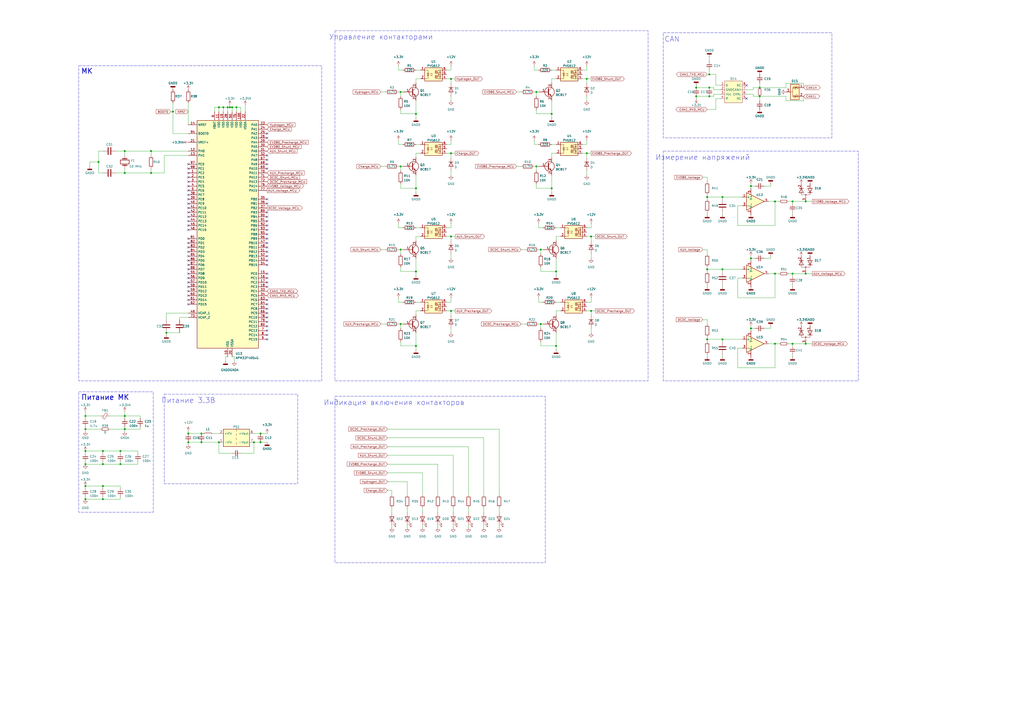
<source format=kicad_sch>
(kicad_sch (version 20231120) (generator "eeschema") (generator_version "8.0")
  (paper "A2")
  (title_block (title "Плата управления блока коммутаций HVU") (company "ООО \"Электротранспортные технологии\"") (comment 1 "НВЦТ. 0001.0400.010 Э3"))
  (junction (at 109.22 256.54))
  (junction (at 435.61 107.95))
  (junction (at 59.69 289.56))
  (junction (at 410.21 114.3))
  (junction (at 419.1 196.85))
  (junction (at 241.3 66.04))
  (junction (at 59.69 269.24))
  (junction (at 87.63 87.63))
  (junction (at 467.36 199.39))
  (junction (at 241.3 157.48))
  (junction (at 322.58 157.48))
  (junction (at 440.69 55.88))
  (junction (at 403.86 55.88))
  (junction (at 49.53 281.94))
  (junction (at 411.48 43.18))
  (junction (at 459.74 116.84))
  (junction (at 72.39 248.92))
  (junction (at 410.21 156.21))
  (junction (at 134.62 62.23))
  (junction (at 96.52 193.04))
  (junction (at 440.69 50.8))
  (junction (at 411.48 50.8))
  (junction (at 449.58 158.75))
  (junction (at 151.13 256.54))
  (junction (at 100.33 64.77))
  (junction (at 459.74 199.39))
  (junction (at 49.53 241.3))
  (junction (at 57.15 93.98))
  (junction (at 342.9 180.34))
  (junction (at 137.16 62.23))
  (junction (at 403.86 50.8))
  (junction (at 449.58 116.84))
  (junction (at 261.62 45.72))
  (junction (at 411.48 55.88))
  (junction (at 49.53 269.24))
  (junction (at 147.32 256.54))
  (junction (at 261.62 88.9))
  (junction (at 342.9 137.16))
  (junction (at 459.74 158.75))
  (junction (at 419.1 114.3))
  (junction (at 59.69 281.94))
  (junction (at 151.13 251.46))
  (junction (at 241.3 109.22))
  (junction (at 69.85 261.62))
  (junction (at 311.15 53.34))
  (junction (at 49.53 261.62))
  (junction (at 109.22 251.46))
  (junction (at 127 62.23))
  (junction (at 340.36 88.9))
  (junction (at 261.62 137.16))
  (junction (at 449.58 199.39))
  (junction (at 116.84 256.54))
  (junction (at 241.3 200.66))
  (junction (at 322.58 200.66))
  (junction (at 340.36 45.72))
  (junction (at 313.69 187.96))
  (junction (at 467.36 158.75))
  (junction (at 132.08 62.23))
  (junction (at 116.84 251.46))
  (junction (at 72.39 100.33))
  (junction (at 49.53 248.92))
  (junction (at 320.04 66.04))
  (junction (at 232.41 187.96))
  (junction (at 129.54 62.23))
  (junction (at 313.69 144.78))
  (junction (at 133.35 62.23))
  (junction (at 311.15 96.52))
  (junction (at 232.41 144.78))
  (junction (at 435.61 190.5))
  (junction (at 320.04 109.22))
  (junction (at 435.61 149.86))
  (junction (at 69.85 269.24))
  (junction (at 49.53 289.56))
  (junction (at 87.63 100.33))
  (junction (at 72.39 241.3))
  (junction (at 419.1 156.21))
  (junction (at 59.69 261.62))
  (junction (at 232.41 53.34))
  (junction (at 127 256.54))
  (junction (at 467.36 116.84))
  (junction (at 410.21 196.85))
  (junction (at 72.39 87.63))
  (junction (at 261.62 180.34))
  (junction (at 232.41 96.52))
  (no_connect (at 109.22 128.27))
  (no_connect (at 109.22 156.21))
  (no_connect (at 109.22 120.65))
  (no_connect (at 109.22 171.45))
  (no_connect (at 109.22 138.43))
  (no_connect (at 109.22 148.59))
  (no_connect (at 154.94 97.79))
  (no_connect (at 154.94 191.77))
  (no_connect (at 154.94 196.85))
  (no_connect (at 109.22 105.41))
  (no_connect (at 109.22 118.11))
  (no_connect (at 154.94 118.11))
  (no_connect (at 154.94 181.61))
  (no_connect (at 154.94 140.97))
  (no_connect (at 109.22 115.57))
  (no_connect (at 109.22 123.19))
  (no_connect (at 109.22 110.49))
  (no_connect (at 154.94 135.89))
  (no_connect (at 109.22 100.33))
  (no_connect (at 109.22 97.79))
  (no_connect (at 154.94 146.05))
  (no_connect (at 109.22 158.75))
  (no_connect (at 154.94 115.57))
  (no_connect (at 154.94 143.51))
  (no_connect (at 154.94 189.23))
  (no_connect (at 154.94 173.99))
  (no_connect (at 154.94 148.59))
  (no_connect (at 154.94 163.83))
  (no_connect (at 154.94 92.71))
  (no_connect (at 433.07 57.15))
  (no_connect (at 154.94 153.67))
  (no_connect (at 154.94 179.07))
  (no_connect (at 154.94 95.25))
  (no_connect (at 109.22 125.73))
  (no_connect (at 154.94 128.27))
  (no_connect (at 154.94 77.47))
  (no_connect (at 109.22 133.35))
  (no_connect (at 109.22 176.53))
  (no_connect (at 109.22 143.51))
  (no_connect (at 109.22 151.13))
  (no_connect (at 109.22 146.05))
  (no_connect (at 109.22 166.37))
  (no_connect (at 109.22 107.95))
  (no_connect (at 154.94 123.19))
  (no_connect (at 109.22 168.91))
  (no_connect (at 154.94 138.43))
  (no_connect (at 154.94 90.17))
  (no_connect (at 109.22 161.29))
  (no_connect (at 154.94 158.75))
  (no_connect (at 154.94 125.73))
  (no_connect (at 154.94 80.01))
  (no_connect (at 433.07 49.53))
  (no_connect (at 154.94 166.37))
  (no_connect (at 154.94 186.69))
  (no_connect (at 154.94 133.35))
  (no_connect (at 154.94 176.53))
  (no_connect (at 109.22 102.87))
  (no_connect (at 154.94 184.15))
  (no_connect (at 154.94 161.29))
  (no_connect (at 109.22 130.81))
  (no_connect (at 154.94 151.13))
  (no_connect (at 109.22 113.03))
  (no_connect (at 154.94 130.81))
  (no_connect (at 109.22 95.25))
  (no_connect (at 109.22 173.99))
  (no_connect (at 109.22 140.97))
  (no_connect (at 154.94 194.31))
  (no_connect (at 109.22 153.67))
  (no_connect (at 109.22 163.83))
  (wire (pts (xy 49.53 267.97) (xy 49.53 269.24)))
  (wire (pts (xy 241.3 66.04) (xy 241.3 68.58)))
  (wire (pts (xy 69.85 288.29) (xy 69.85 289.56)))
  (wire (pts (xy 312.42 175.26) (xy 314.96 175.26)))
  (wire (pts (xy 340.36 40.64) (xy 340.36 38.1)))
  (wire (pts (xy 411.48 40.64) (xy 411.48 43.18)))
  (wire (pts (xy 419.1 114.3) (xy 419.1 115.57)))
  (wire (pts (xy 220.98 144.78) (xy 223.52 144.78)))
  (wire (pts (xy 109.22 256.54) (xy 116.84 256.54)))
  (wire (pts (xy 342.9 137.16) (xy 345.44 137.16)))
  (wire (pts (xy 467.36 199.39) (xy 471.17 199.39)))
  (wire (pts (xy 449.58 116.84) (xy 452.12 116.84)))
  (wire (pts (xy 241.3 101.6) (xy 241.3 109.22)))
  (wire (pts (xy 142.24 60.96) (xy 142.24 64.77)))
  (wire (pts (xy 224.79 274.32) (xy 245.11 274.32)))
  (wire (pts (xy 435.61 106.68) (xy 435.61 107.95)))
  (wire (pts (xy 241.3 137.16) (xy 243.84 137.16)))
  (wire (pts (xy 261.62 55.88) (xy 261.62 58.42)))
  (wire (pts (xy 87.63 100.33) (xy 95.25 100.33)))
  (wire (pts (xy 241.3 180.34) (xy 243.84 180.34)))
  (wire (pts (xy 224.79 279.4) (xy 236.22 279.4)))
  (wire (pts (xy 241.3 200.66) (xy 241.3 203.2)))
  (wire (pts (xy 411.48 55.88) (xy 414.02 55.88)))
  (wire (pts (xy 220.98 53.34) (xy 223.52 53.34)))
  (wire (pts (xy 449.58 213.36) (xy 449.58 199.39)))
  (wire (pts (xy 135.89 207.01) (xy 135.89 209.55)))
  (wire (pts (xy 52.07 96.52) (xy 52.07 93.98)))
  (wire (pts (xy 411.48 43.18) (xy 415.29 43.18)))
  (wire (pts (xy 435.61 107.95) (xy 435.61 109.22)))
  (wire (pts (xy 459.74 205.74) (xy 459.74 207.01)))
  (wire (pts (xy 262.89 264.16) (xy 262.89 287.02)))
  (wire (pts (xy 261.62 40.64) (xy 261.62 38.1)))
  (wire (pts (xy 96.52 193.04) (xy 104.14 193.04)))
  (wire (pts (xy 342.9 147.32) (xy 342.9 149.86)))
  (wire (pts (xy 312.42 144.78) (xy 313.69 144.78)))
  (wire (pts (xy 57.15 87.63) (xy 57.15 93.98)))
  (wire (pts (xy 342.9 180.34) (xy 345.44 180.34)))
  (wire (pts (xy 227.33 284.48) (xy 227.33 287.02)))
  (wire (pts (xy 415.29 63.5) (xy 415.29 57.15)))
  (wire (pts (xy 309.88 96.52) (xy 311.15 96.52)))
  (wire (pts (xy 137.16 62.23) (xy 139.7 62.23)))
  (wire (pts (xy 443.23 107.95) (xy 447.04 107.95)))
  (wire (pts (xy 147.32 256.54) (xy 151.13 256.54)))
  (wire (pts (xy 232.41 187.96) (xy 232.41 190.5)))
  (wire (pts (xy 340.36 132.08) (xy 342.9 132.08)))
  (wire (pts (xy 337.82 45.72) (xy 340.36 45.72)))
  (wire (pts (xy 147.32 262.89) (xy 147.32 256.54)))
  (wire (pts (xy 227.33 294.64) (xy 227.33 297.18)))
  (wire (pts (xy 320.04 101.6) (xy 320.04 109.22)))
  (wire (pts (xy 109.22 251.46) (xy 116.84 251.46)))
  (wire (pts (xy 466.09 58.42) (xy 455.93 58.42)))
  (wire (pts (xy 322.58 193.04) (xy 322.58 200.66)))
  (wire (pts (xy 410.21 156.21) (xy 410.21 157.48)))
  (wire (pts (xy 231.14 132.08) (xy 233.68 132.08)))
  (wire (pts (xy 224.79 269.24) (xy 254 269.24)))
  (wire (pts (xy 123.19 251.46) (xy 127 251.46)))
  (wire (pts (xy 436.88 50.8) (xy 440.69 50.8)))
  (wire (pts (xy 133.35 60.96) (xy 133.35 62.23)))
  (wire (pts (xy 109.22 184.15) (xy 104.14 184.15)))
  (wire (pts (xy 322.58 139.7) (xy 322.58 137.16)))
  (wire (pts (xy 63.5 241.3) (xy 72.39 241.3)))
  (wire (pts (xy 241.3 88.9) (xy 243.84 88.9)))
  (wire (pts (xy 52.07 93.98) (xy 57.15 93.98)))
  (wire (pts (xy 132.08 62.23) (xy 133.35 62.23)))
  (wire (pts (xy 261.62 99.06) (xy 261.62 101.6)))
  (wire (pts (xy 231.14 172.72) (xy 231.14 175.26)))
  (wire (pts (xy 433.07 52.07) (xy 436.88 52.07)))
  (wire (pts (xy 72.39 247.65) (xy 72.39 248.92)))
  (wire (pts (xy 312.42 187.96) (xy 313.69 187.96)))
  (wire (pts (xy 224.79 248.92) (xy 289.56 248.92)))
  (wire (pts (xy 459.74 199.39) (xy 467.36 199.39)))
  (wire (pts (xy 232.41 109.22) (xy 232.41 106.68)))
  (wire (pts (xy 69.85 262.89) (xy 69.85 261.62)))
  (wire (pts (xy 427.99 172.72) (xy 449.58 172.72)))
  (wire (pts (xy 449.58 116.84) (xy 445.77 116.84)))
  (wire (pts (xy 342.9 190.5) (xy 342.9 193.04)))
  (wire (pts (xy 427.99 213.36) (xy 449.58 213.36)))
  (wire (pts (xy 410.21 63.5) (xy 415.29 63.5)))
  (wire (pts (xy 49.53 241.3) (xy 58.42 241.3)))
  (wire (pts (xy 261.62 147.32) (xy 261.62 149.86)))
  (wire (pts (xy 309.88 40.64) (xy 312.42 40.64)))
  (wire (pts (xy 417.83 49.53) (xy 415.29 49.53)))
  (wire (pts (xy 63.5 248.92) (xy 72.39 248.92)))
  (wire (pts (xy 414.02 52.07) (xy 417.83 52.07)))
  (wire (pts (xy 59.69 87.63) (xy 57.15 87.63)))
  (wire (pts (xy 414.02 55.88) (xy 414.02 54.61)))
  (wire (pts (xy 459.74 123.19) (xy 459.74 124.46)))
  (wire (pts (xy 322.58 200.66) (xy 322.58 203.2)))
  (wire (pts (xy 459.74 116.84) (xy 459.74 118.11)))
  (wire (pts (xy 435.61 149.86) (xy 435.61 151.13)))
  (wire (pts (xy 449.58 199.39) (xy 452.12 199.39)))
  (wire (pts (xy 224.79 264.16) (xy 262.89 264.16)))
  (wire (pts (xy 241.3 45.72) (xy 243.84 45.72)))
  (wire (pts (xy 440.69 48.26) (xy 440.69 50.8)))
  (wire (pts (xy 154.94 251.46) (xy 151.13 251.46)))
  (wire (pts (xy 449.58 199.39) (xy 445.77 199.39)))
  (wire (pts (xy 49.53 281.94) (xy 59.69 281.94)))
  (wire (pts (xy 232.41 96.52) (xy 233.68 96.52)))
  (wire (pts (xy 57.15 93.98) (xy 57.15 100.33)))
  (wire (pts (xy 80.01 261.62) (xy 69.85 261.62)))
  (wire (pts (xy 69.85 283.21) (xy 69.85 281.94)))
  (wire (pts (xy 410.21 114.3) (xy 419.1 114.3)))
  (wire (pts (xy 241.3 175.26) (xy 243.84 175.26)))
  (wire (pts (xy 232.41 66.04) (xy 232.41 63.5)))
  (wire (pts (xy 109.22 257.81) (xy 109.22 256.54)))
  (wire (pts (xy 134.62 62.23) (xy 137.16 62.23)))
  (wire (pts (xy 259.08 40.64) (xy 261.62 40.64)))
  (wire (pts (xy 410.21 166.37) (xy 410.21 165.1)))
  (wire (pts (xy 312.42 172.72) (xy 312.42 175.26)))
  (wire (pts (xy 340.36 55.88) (xy 340.36 58.42)))
  (wire (pts (xy 320.04 88.9) (xy 322.58 88.9)))
  (wire (pts (xy 407.67 102.87) (xy 410.21 102.87)))
  (wire (pts (xy 313.69 200.66) (xy 313.69 198.12)))
  (wire (pts (xy 271.78 306.07) (xy 271.78 304.8)))
  (wire (pts (xy 124.46 62.23) (xy 127 62.23)))
  (wire (pts (xy 72.39 250.19) (xy 72.39 248.92)))
  (wire (pts (xy 59.69 269.24) (xy 49.53 269.24)))
  (wire (pts (xy 261.62 175.26) (xy 261.62 172.72)))
  (wire (pts (xy 231.14 187.96) (xy 232.41 187.96)))
  (wire (pts (xy 459.74 199.39) (xy 459.74 200.66)))
  (wire (pts (xy 312.42 132.08) (xy 314.96 132.08)))
  (wire (pts (xy 241.3 109.22) (xy 232.41 109.22)))
  (wire (pts (xy 435.61 190.5) (xy 438.15 190.5)))
  (wire (pts (xy 241.3 91.44) (xy 241.3 88.9)))
  (wire (pts (xy 459.74 165.1) (xy 459.74 166.37)))
  (wire (pts (xy 72.39 238.76) (xy 72.39 241.3)))
  (wire (pts (xy 411.48 50.8) (xy 414.02 50.8)))
  (wire (pts (xy 259.08 83.82) (xy 261.62 83.82)))
  (wire (pts (xy 435.61 107.95) (xy 438.15 107.95)))
  (wire (pts (xy 410.21 185.42) (xy 410.21 187.96)))
  (wire (pts (xy 280.67 254) (xy 280.67 287.02)))
  (wire (pts (xy 455.93 58.42) (xy 455.93 55.88)))
  (wire (pts (xy 241.3 40.64) (xy 243.84 40.64)))
  (wire (pts (xy 342.9 175.26) (xy 342.9 172.72)))
  (wire (pts (xy 139.7 262.89) (xy 147.32 262.89)))
  (wire (pts (xy 466.09 55.88) (xy 466.09 58.42)))
  (wire (pts (xy 224.79 254) (xy 280.67 254)))
  (wire (pts (xy 340.36 180.34) (xy 342.9 180.34)))
  (wire (pts (xy 419.1 166.37) (xy 419.1 165.1)))
  (wire (pts (xy 241.3 109.22) (xy 241.3 111.76)))
  (wire (pts (xy 313.69 187.96) (xy 314.96 187.96)))
  (wire (pts (xy 289.56 248.92) (xy 289.56 287.02)))
  (wire (pts (xy 49.53 281.94) (xy 49.53 283.21)))
  (wire (pts (xy 261.62 132.08) (xy 261.62 129.54)))
  (wire (pts (xy 410.21 43.18) (xy 411.48 43.18)))
  (wire (pts (xy 410.21 156.21) (xy 419.1 156.21)))
  (wire (pts (xy 311.15 53.34) (xy 311.15 55.88)))
  (wire (pts (xy 96.52 181.61) (xy 96.52 185.42)))
  (wire (pts (xy 134.62 262.89) (xy 127 262.89)))
  (wire (pts (xy 322.58 157.48) (xy 322.58 160.02)))
  (wire (pts (xy 440.69 55.88) (xy 455.93 55.88)))
  (wire (pts (xy 410.21 113.03) (xy 410.21 114.3)))
  (wire (pts (xy 320.04 66.04) (xy 320.04 68.58)))
  (wire (pts (xy 245.11 274.32) (xy 245.11 287.02)))
  (wire (pts (xy 403.86 49.53) (xy 403.86 50.8)))
  (wire (pts (xy 224.79 284.48) (xy 227.33 284.48)))
  (wire (pts (xy 309.88 81.28) (xy 309.88 83.82)))
  (wire (pts (xy 151.13 256.54) (xy 154.94 256.54)))
  (wire (pts (xy 241.3 157.48) (xy 241.3 160.02)))
  (wire (pts (xy 403.86 50.8) (xy 411.48 50.8)))
  (wire (pts (xy 134.62 62.23) (xy 134.62 64.77)))
  (wire (pts (xy 72.39 87.63) (xy 72.39 90.17)))
  (wire (pts (xy 459.74 158.75) (xy 459.74 160.02)))
  (wire (pts (xy 419.1 114.3) (xy 430.53 114.3)))
  (wire (pts (xy 134.62 207.01) (xy 135.89 207.01)))
  (wire (pts (xy 457.2 116.84) (xy 459.74 116.84)))
  (wire (pts (xy 261.62 45.72) (xy 261.62 48.26)))
  (wire (pts (xy 147.32 251.46) (xy 151.13 251.46)))
  (wire (pts (xy 57.15 100.33) (xy 59.69 100.33)))
  (wire (pts (xy 81.28 247.65) (xy 81.28 248.92)))
  (wire (pts (xy 447.04 190.5) (xy 447.04 189.23)))
  (wire (pts (xy 427.99 201.93) (xy 427.99 213.36)))
  (wire (pts (xy 309.88 38.1) (xy 309.88 40.64)))
  (wire (pts (xy 419.1 196.85) (xy 419.1 198.12)))
  (wire (pts (xy 232.41 144.78) (xy 232.41 147.32)))
  (wire (pts (xy 241.3 182.88) (xy 241.3 180.34)))
  (wire (pts (xy 410.21 102.87) (xy 410.21 105.41)))
  (wire (pts (xy 67.31 100.33) (xy 72.39 100.33)))
  (wire (pts (xy 49.53 238.76) (xy 49.53 241.3)))
  (wire (pts (xy 311.15 96.52) (xy 312.42 96.52)))
  (wire (pts (xy 311.15 96.52) (xy 311.15 99.06)))
  (wire (pts (xy 320.04 109.22) (xy 311.15 109.22)))
  (wire (pts (xy 109.22 90.17) (xy 95.25 90.17)))
  (wire (pts (xy 419.1 156.21) (xy 419.1 157.48)))
  (wire (pts (xy 414.02 50.8) (xy 414.02 52.07)))
  (wire (pts (xy 340.36 175.26) (xy 342.9 175.26)))
  (wire (pts (xy 419.1 196.85) (xy 430.53 196.85)))
  (wire (pts (xy 435.61 190.5) (xy 435.61 191.77)))
  (wire (pts (xy 67.31 87.63) (xy 72.39 87.63)))
  (wire (pts (xy 59.69 261.62) (xy 59.69 262.89)))
  (wire (pts (xy 232.41 200.66) (xy 232.41 198.12)))
  (wire (pts (xy 449.58 172.72) (xy 449.58 158.75)))
  (wire (pts (xy 466.09 50.8) (xy 466.09 48.26)))
  (wire (pts (xy 261.62 88.9) (xy 264.16 88.9)))
  (wire (pts (xy 261.62 190.5) (xy 261.62 193.04)))
  (wire (pts (xy 342.9 137.16) (xy 342.9 139.7)))
  (wire (pts (xy 130.81 207.01) (xy 132.08 207.01)))
  (wire (pts (xy 81.28 248.92) (xy 72.39 248.92)))
  (wire (pts (xy 129.54 62.23) (xy 129.54 64.77)))
  (wire (pts (xy 403.86 55.88) (xy 403.86 57.15)))
  (wire (pts (xy 116.84 256.54) (xy 127 256.54)))
  (wire (pts (xy 322.58 180.34) (xy 325.12 180.34)))
  (wire (pts (xy 457.2 199.39) (xy 459.74 199.39)))
  (wire (pts (xy 435.61 149.86) (xy 438.15 149.86)))
  (wire (pts (xy 69.85 269.24) (xy 59.69 269.24)))
  (wire (pts (xy 271.78 294.64) (xy 271.78 297.18)))
  (wire (pts (xy 337.82 88.9) (xy 340.36 88.9)))
  (wire (pts (xy 100.33 64.77) (xy 100.33 77.47)))
  (wire (pts (xy 261.62 137.16) (xy 261.62 139.7)))
  (wire (pts (xy 259.08 45.72) (xy 261.62 45.72)))
  (wire (pts (xy 81.28 241.3) (xy 72.39 241.3)))
  (wire (pts (xy 299.72 96.52) (xy 302.26 96.52)))
  (wire (pts (xy 302.26 187.96) (xy 304.8 187.96)))
  (wire (pts (xy 313.69 144.78) (xy 314.96 144.78)))
  (wire (pts (xy 254 306.07) (xy 254 304.8)))
  (wire (pts (xy 224.79 259.08) (xy 271.78 259.08)))
  (wire (pts (xy 322.58 200.66) (xy 313.69 200.66)))
  (wire (pts (xy 414.02 54.61) (xy 417.83 54.61)))
  (wire (pts (xy 100.33 77.47) (xy 109.22 77.47)))
  (wire (pts (xy 127 62.23) (xy 129.54 62.23)))
  (wire (pts (xy 309.88 83.82) (xy 312.42 83.82)))
  (wire (pts (xy 231.14 129.54) (xy 231.14 132.08)))
  (wire (pts (xy 311.15 53.34) (xy 312.42 53.34)))
  (wire (pts (xy 403.86 55.88) (xy 411.48 55.88)))
  (wire (pts (xy 241.3 58.42) (xy 241.3 66.04)))
  (wire (pts (xy 241.3 132.08) (xy 243.84 132.08)))
  (wire (pts (xy 232.41 53.34) (xy 232.41 55.88)))
  (wire (pts (xy 59.69 267.97) (xy 59.69 269.24)))
  (wire (pts (xy 116.84 251.46) (xy 118.11 251.46)))
  (wire (pts (xy 419.1 207.01) (xy 419.1 205.74)))
  (wire (pts (xy 430.53 161.29) (xy 427.99 161.29)))
  (wire (pts (xy 410.21 196.85) (xy 419.1 196.85)))
  (wire (pts (xy 340.36 45.72) (xy 342.9 45.72)))
  (wire (pts (xy 313.69 187.96) (xy 313.69 190.5)))
  (wire (pts (xy 340.36 137.16) (xy 342.9 137.16)))
  (wire (pts (xy 232.41 96.52) (xy 232.41 99.06)))
  (wire (pts (xy 49.53 288.29) (xy 49.53 289.56)))
  (wire (pts (xy 104.14 184.15) (xy 104.14 185.42)))
  (wire (pts (xy 320.04 40.64) (xy 322.58 40.64)))
  (wire (pts (xy 320.04 66.04) (xy 311.15 66.04)))
  (wire (pts (xy 81.28 242.57) (xy 81.28 241.3)))
  (wire (pts (xy 127 262.89) (xy 127 256.54)))
  (wire (pts (xy 96.52 181.61) (xy 109.22 181.61)))
  (wire (pts (xy 427.99 119.38) (xy 427.99 130.81)))
  (wire (pts (xy 449.58 158.75) (xy 445.77 158.75)))
  (wire (pts (xy 59.69 261.62) (xy 69.85 261.62)))
  (wire (pts (xy 313.69 144.78) (xy 313.69 147.32)))
  (wire (pts (xy 337.82 40.64) (xy 340.36 40.64)))
  (wire (pts (xy 311.15 109.22) (xy 311.15 106.68)))
  (wire (pts (xy 69.85 267.97) (xy 69.85 269.24)))
  (wire (pts (xy 320.04 83.82) (xy 322.58 83.82)))
  (wire (pts (xy 430.53 119.38) (xy 427.99 119.38)))
  (wire (pts (xy 241.3 200.66) (xy 232.41 200.66)))
  (wire (pts (xy 130.81 207.01) (xy 130.81 209.55)))
  (wire (pts (xy 427.99 130.81) (xy 449.58 130.81)))
  (wire (pts (xy 49.53 241.3) (xy 49.53 242.57)))
  (wire (pts (xy 87.63 100.33) (xy 72.39 100.33)))
  (wire (pts (xy 322.58 175.26) (xy 325.12 175.26)))
  (wire (pts (xy 411.48 33.02) (xy 411.48 35.56)))
  (wire (pts (xy 311.15 66.04) (xy 311.15 63.5)))
  (wire (pts (xy 436.88 54.61) (xy 436.88 55.88)))
  (wire (pts (xy 231.14 144.78) (xy 232.41 144.78)))
  (wire (pts (xy 133.35 62.23) (xy 134.62 62.23)))
  (wire (pts (xy 449.58 130.81) (xy 449.58 116.84)))
  (wire (pts (xy 231.14 83.82) (xy 233.68 83.82)))
  (wire (pts (xy 231.14 53.34) (xy 232.41 53.34)))
  (wire (pts (xy 96.52 194.31) (xy 96.52 193.04)))
  (wire (pts (xy 49.53 261.62) (xy 59.69 261.62)))
  (wire (pts (xy 419.1 124.46) (xy 419.1 123.19)))
  (wire (pts (xy 236.22 306.07) (xy 236.22 304.8)))
  (wire (pts (xy 302.26 144.78) (xy 304.8 144.78)))
  (wire (pts (xy 49.53 261.62) (xy 49.53 262.89)))
  (wire (pts (xy 127 62.23) (xy 127 64.77)))
  (wire (pts (xy 410.21 154.94) (xy 410.21 156.21)))
  (wire (pts (xy 241.3 66.04) (xy 232.41 66.04)))
  (wire (pts (xy 49.53 250.19) (xy 49.53 248.92)))
  (wire (pts (xy 430.53 201.93) (xy 427.99 201.93)))
  (wire (pts (xy 271.78 259.08) (xy 271.78 287.02)))
  (wire (pts (xy 320.04 48.26) (xy 320.04 45.72)))
  (wire (pts (xy 289.56 294.64) (xy 289.56 297.18)))
  (wire (pts (xy 322.58 182.88) (xy 322.58 180.34)))
  (wire (pts (xy 99.06 64.77) (xy 100.33 64.77)))
  (wire (pts (xy 245.11 306.07) (xy 245.11 304.8)))
  (wire (pts (xy 59.69 288.29) (xy 59.69 289.56)))
  (wire (pts (xy 436.88 52.07) (xy 436.88 50.8)))
  (wire (pts (xy 322.58 157.48) (xy 313.69 157.48)))
  (wire (pts (xy 457.2 158.75) (xy 459.74 158.75)))
  (wire (pts (xy 109.22 250.19) (xy 109.22 251.46)))
  (wire (pts (xy 466.09 48.26) (xy 455.93 48.26)))
  (wire (pts (xy 59.69 289.56) (xy 49.53 289.56)))
  (wire (pts (xy 231.14 81.28) (xy 231.14 83.82)))
  (wire (pts (xy 459.74 116.84) (xy 467.36 116.84)))
  (wire (pts (xy 139.7 62.23) (xy 139.7 64.77)))
  (wire (pts (xy 259.08 88.9) (xy 261.62 88.9)))
  (wire (pts (xy 259.08 175.26) (xy 261.62 175.26)))
  (wire (pts (xy 59.69 281.94) (xy 69.85 281.94)))
  (wire (pts (xy 109.22 59.69) (xy 109.22 72.39)))
  (wire (pts (xy 340.36 88.9) (xy 342.9 88.9)))
  (wire (pts (xy 289.56 306.07) (xy 289.56 304.8)))
  (wire (pts (xy 313.69 157.48) (xy 313.69 154.94)))
  (wire (pts (xy 80.01 267.97) (xy 80.01 269.24)))
  (wire (pts (xy 232.41 187.96) (xy 233.68 187.96)))
  (wire (pts (xy 312.42 129.54) (xy 312.42 132.08)))
  (wire (pts (xy 410.21 124.46) (xy 410.21 123.19)))
  (wire (pts (xy 410.21 114.3) (xy 410.21 115.57)))
  (wire (pts (xy 447.04 107.95) (xy 447.04 106.68)))
  (wire (pts (xy 440.69 55.88) (xy 440.69 58.42)))
  (wire (pts (xy 299.72 53.34) (xy 302.26 53.34)))
  (wire (pts (xy 449.58 158.75) (xy 452.12 158.75)))
  (wire (pts (xy 280.67 294.64) (xy 280.67 297.18)))
  (wire (pts (xy 435.61 189.23) (xy 435.61 190.5)))
  (wire (pts (xy 261.62 180.34) (xy 264.16 180.34)))
  (wire (pts (xy 241.3 48.26) (xy 241.3 45.72)))
  (wire (pts (xy 241.3 139.7) (xy 241.3 137.16)))
  (wire (pts (xy 320.04 45.72) (xy 322.58 45.72)))
  (wire (pts (xy 447.04 149.86) (xy 447.04 148.59)))
  (wire (pts (xy 231.14 96.52) (xy 232.41 96.52)))
  (wire (pts (xy 443.23 190.5) (xy 447.04 190.5)))
  (wire (pts (xy 261.62 45.72) (xy 264.16 45.72)))
  (wire (pts (xy 49.53 247.65) (xy 49.53 248.92)))
  (wire (pts (xy 241.3 193.04) (xy 241.3 200.66)))
  (wire (pts (xy 124.46 62.23) (xy 124.46 64.77)))
  (wire (pts (xy 87.63 87.63) (xy 109.22 87.63)))
  (wire (pts (xy 95.25 90.17) (xy 95.25 100.33)))
  (wire (pts (xy 322.58 149.86) (xy 322.58 157.48)))
  (wire (pts (xy 436.88 55.88) (xy 440.69 55.88)))
  (wire (pts (xy 433.07 54.61) (xy 436.88 54.61)))
  (wire (pts (xy 80.01 269.24) (xy 69.85 269.24)))
  (wire (pts (xy 415.29 43.18) (xy 415.29 49.53)))
  (wire (pts (xy 241.3 149.86) (xy 241.3 157.48)))
  (wire (pts (xy 340.36 88.9) (xy 340.36 91.44)))
  (wire (pts (xy 227.33 306.07) (xy 227.33 304.8)))
  (wire (pts (xy 407.67 185.42) (xy 410.21 185.42)))
  (wire (pts (xy 261.62 88.9) (xy 261.62 91.44)))
  (wire (pts (xy 427.99 161.29) (xy 427.99 172.72)))
  (wire (pts (xy 340.36 99.06) (xy 340.36 101.6)))
  (wire (pts (xy 455.93 48.26) (xy 455.93 50.8)))
  (wire (pts (xy 309.88 53.34) (xy 311.15 53.34)))
  (wire (pts (xy 440.69 50.8) (xy 455.93 50.8)))
  (wire (pts (xy 49.53 248.92) (xy 58.42 248.92)))
  (wire (pts (xy 337.82 83.82) (xy 340.36 83.82)))
  (wire (pts (xy 69.85 289.56) (xy 59.69 289.56)))
  (wire (pts (xy 236.22 279.4) (xy 236.22 287.02)))
  (wire (pts (xy 236.22 294.64) (xy 236.22 297.18)))
  (wire (pts (xy 72.39 100.33) (xy 72.39 97.79)))
  (wire (pts (xy 100.33 59.69) (xy 100.33 64.77)))
  (wire (pts (xy 320.04 91.44) (xy 320.04 88.9)))
  (wire (pts (xy 129.54 62.23) (xy 132.08 62.23)))
  (wire (pts (xy 410.21 144.78) (xy 410.21 147.32)))
  (wire (pts (xy 231.14 40.64) (xy 233.68 40.64)))
  (wire (pts (xy 407.67 144.78) (xy 410.21 144.78)))
  (wire (pts (xy 342.9 180.34) (xy 342.9 182.88)))
  (wire (pts (xy 410.21 196.85) (xy 410.21 198.12)))
  (wire (pts (xy 87.63 90.17) (xy 87.63 87.63)))
  (wire (pts (xy 59.69 281.94) (xy 59.69 283.21)))
  (wire (pts (xy 435.61 148.59) (xy 435.61 149.86)))
  (wire (pts (xy 342.9 132.08) (xy 342.9 129.54)))
  (wire (pts (xy 241.3 83.82) (xy 243.84 83.82)))
  (wire (pts (xy 262.89 294.64) (xy 262.89 297.18)))
  (wire (pts (xy 340.36 45.72) (xy 340.36 48.26)))
  (wire (pts (xy 232.41 53.34) (xy 233.68 53.34)))
  (wire (pts (xy 220.98 187.96) (xy 223.52 187.96)))
  (wire (pts (xy 245.11 294.64) (xy 245.11 297.18)))
  (wire (pts (xy 410.21 207.01) (xy 410.21 205.74)))
  (wire (pts (xy 232.41 157.48) (xy 232.41 154.94)))
  (wire (pts (xy 261.62 83.82) (xy 261.62 81.28)))
  (wire (pts (xy 419.1 156.21) (xy 430.53 156.21)))
  (wire (pts (xy 459.74 158.75) (xy 467.36 158.75)))
  (wire (pts (xy 410.21 195.58) (xy 410.21 196.85)))
  (wire (pts (xy 467.36 158.75) (xy 471.17 158.75)))
  (wire (pts (xy 322.58 137.16) (xy 325.12 137.16)))
  (wire (pts (xy 87.63 87.63) (xy 72.39 87.63)))
  (wire (pts (xy 320.04 109.22) (xy 320.04 111.76)))
  (wire (pts (xy 467.36 116.84) (xy 471.17 116.84)))
  (wire (pts (xy 72.39 241.3) (xy 72.39 242.57)))
  (wire (pts (xy 322.58 132.08) (xy 325.12 132.08)))
  (wire (pts (xy 232.41 144.78) (xy 233.68 144.78)))
  (wire (pts (xy 261.62 137.16) (xy 264.16 137.16)))
  (wire (pts (xy 254 294.64) (xy 254 297.18)))
  (wire (pts (xy 320.04 58.42) (xy 320.04 66.04)))
  (wire (pts (xy 254 269.24) (xy 254 287.02)))
  (wire (pts (xy 220.98 96.52) (xy 223.52 96.52)))
  (wire (pts (xy 280.67 306.07) (xy 280.67 304.8)))
  (wire (pts (xy 262.89 306.07) (xy 262.89 304.8)))
  (wire (pts (xy 241.3 157.48) (xy 232.41 157.48)))
  (wire (pts (xy 231.14 175.26) (xy 233.68 175.26)))
  (wire (pts (xy 261.62 180.34) (xy 261.62 182.88)))
  (wire (pts (xy 80.01 262.89) (xy 80.01 261.62)))
  (wire (pts (xy 340.36 83.82) (xy 340.36 81.28)))
  (wire (pts (xy 132.08 62.23) (xy 132.08 64.77)))
  (wire (pts (xy 443.23 149.86) (xy 447.04 149.86)))
  (wire (pts (xy 87.63 97.79) (xy 87.63 100.33)))
  (wire (pts (xy 259.08 180.34) (xy 261.62 180.34)))
  (wire (pts (xy 259.08 137.16) (xy 261.62 137.16)))
  (wire (pts (xy 137.16 62.23) (xy 137.16 64.77)))
  (wire (pts (xy 231.14 38.1) (xy 231.14 40.64)))
  (wire (pts (xy 259.08 132.08) (xy 261.62 132.08)))
  (wire (pts (xy 415.29 57.15) (xy 417.83 57.15)))
  (rectangle (start 45.72 227.33) (end 88.9 297.18) (stroke (width 0) (type dash)))
  (rectangle (start 194.31 17.78) (end 375.92 220.98) (stroke (width 0) (type dash)))
  (rectangle (start 95.25 228.6) (end 172.72 280.67) (stroke (width 0) (type dash)))
  (rectangle (start 384.81 87.63) (end 497.84 220.98) (stroke (width 0) (type dash)))
  (rectangle (start 194.31 229.87) (end 316.23 326.39) (stroke (width 0) (type dash)))
  (rectangle (start 45.72 38.1) (end 186.69 220.98) (stroke (width 0) (type dash)))
  (rectangle (start 384.81 19.05) (end 482.6 80.01) (stroke (width 0) (type dash)))
  (text "Питание 3.3В" (at 109.22 232.41 0) (effects (font (size 3 3))))
  (text "Индикация включения контакторов" (at 228.6 233.68 0) (effects (font (size 3 3))))
  (text "Управление контакторами\n" (at 220.98 21.59 0) (effects (font (size 3 3))))
  (text "Питание МК" (at 46.99 232.41 0) (effects (font (size 3 3) (thickness 0.4) (bold yes)) (justify left bottom)))
  (text "CAN" (at 389.89 22.86 0) (effects (font (size 3 3))))
  (text "Измерение напряжений" (at 407.67 91.44 0) (effects (font (size 3 3))))
  (text "МК" (at 46.99 43.18 0) (effects (font (size 3 3) (thickness 0.4) (bold yes)) (justify left bottom)))
  (global_label "EVD80_Voltage_MCU" (shape output) (at 154.94 107.95 0) (property "Intersheetrefs" "${INTERSHEET_REFS}" (effects (hide yes))))
  (global_label "DCDC_Precharge_OUT" (shape output) (at 345.44 180.34 0) (property "Intersheetrefs" "${INTERSHEET_REFS}" (effects (hide yes))))
  (global_label "AUX_Voltage" (shape input) (at 407.67 144.78 180) (property "Intersheetrefs" "${INTERSHEET_REFS}" (effects (hide yes))))
  (global_label "EVD80_Voltage" (shape input) (at 407.67 102.87 180) (property "Intersheetrefs" "${INTERSHEET_REFS}" (effects (hide yes))))
  (global_label "EVD80_Precharge_OUT" (shape input) (at 224.79 269.24 180) (property "Intersheetrefs" "${INTERSHEET_REFS}" (effects (hide yes))))
  (global_label "EVD80_Precharge_OUT" (shape output) (at 342.9 88.9 0) (property "Intersheetrefs" "${INTERSHEET_REFS}" (effects (hide yes))))
  (global_label "Hydrogen_OUT" (shape input) (at 224.79 279.4 180) (property "Intersheetrefs" "${INTERSHEET_REFS}" (effects (hide yes))))
  (global_label "EVD80_Precharge_MCU" (shape input) (at 154.94 82.55 0) (property "Intersheetrefs" "${INTERSHEET_REFS}" (effects (hide yes))))
  (global_label "Hydrogen_OUT" (shape output) (at 264.16 45.72 0) (property "Intersheetrefs" "${INTERSHEET_REFS}" (effects (hide yes))))
  (global_label "CAN1L" (shape bidirectional) (at 466.09 55.88 0) (property "Intersheetrefs" "${INTERSHEET_REFS}" (effects (hide yes))))
  (global_label "CAN1_TXD_MCU" (shape bidirectional) (at 410.21 43.18 180) (property "Intersheetrefs" "${INTERSHEET_REFS}" (effects (hide yes))))
  (global_label "AUX_Shunt_MCU" (shape input) (at 220.98 144.78 180) (property "Intersheetrefs" "${INTERSHEET_REFS}" (effects (hide yes))))
  (global_label "DCDC_Precharge_MCU" (shape input) (at 302.26 187.96 180) (property "Intersheetrefs" "${INTERSHEET_REFS}" (effects (hide yes))))
  (global_label "DCDC_Shunt_MCU" (shape input) (at 302.26 144.78 180) (property "Intersheetrefs" "${INTERSHEET_REFS}" (effects (hide yes))))
  (global_label "AUX_Voltage_MCU" (shape output) (at 471.17 158.75 0) (property "Intersheetrefs" "${INTERSHEET_REFS}" (effects (hide yes))))
  (global_label "EVD80_Shunt_OUT" (shape input) (at 224.79 274.32 180) (property "Intersheetrefs" "${INTERSHEET_REFS}" (effects (hide yes))))
  (global_label "AUX_Precharge_OUT" (shape input) (at 224.79 259.08 180) (property "Intersheetrefs" "${INTERSHEET_REFS}" (effects (hide yes))))
  (global_label "DCDC_Precharge_OUT" (shape input) (at 224.79 248.92 180) (property "Intersheetrefs" "${INTERSHEET_REFS}" (effects (hide yes))))
  (global_label "CAN1_RXD_MCU" (shape bidirectional) (at 410.21 63.5 180) (property "Intersheetrefs" "${INTERSHEET_REFS}" (effects (hide yes))))
  (global_label "BOOT0" (shape input) (at 99.06 64.77 180) (property "Intersheetrefs" "${INTERSHEET_REFS}" (effects (hide yes))))
  (global_label "CAN1H" (shape bidirectional) (at 466.09 50.8 0) (property "Intersheetrefs" "${INTERSHEET_REFS}" (effects (hide yes))))
  (global_label "CAN1_RXD_MCU" (shape bidirectional) (at 154.94 171.45 0) (property "Intersheetrefs" "${INTERSHEET_REFS}" (effects (hide yes))))
  (global_label "EVD80_Shunt_OUT" (shape output) (at 342.9 45.72 0) (property "Intersheetrefs" "${INTERSHEET_REFS}" (effects (hide yes))))
  (global_label "Charge_OUT" (shape input) (at 224.79 284.48 180) (property "Intersheetrefs" "${INTERSHEET_REFS}" (effects (hide yes))))
  (global_label "DCDC_Precharge_MCU" (shape input) (at 154.94 105.41 0) (property "Intersheetrefs" "${INTERSHEET_REFS}" (effects (hide yes))))
  (global_label "Charge_OUT" (shape output) (at 264.16 88.9 0) (property "Intersheetrefs" "${INTERSHEET_REFS}" (effects (hide yes))))
  (global_label "AUX_Shunt_MCU" (shape input) (at 154.94 87.63 0) (property "Intersheetrefs" "${INTERSHEET_REFS}" (effects (hide yes))))
  (global_label "DCDC_Voltage" (shape input) (at 407.67 185.42 180) (property "Intersheetrefs" "${INTERSHEET_REFS}" (effects (hide yes))))
  (global_label "DCDC_Voltage_MCU" (shape output) (at 471.17 199.39 0) (property "Intersheetrefs" "${INTERSHEET_REFS}" (effects (hide yes))))
  (global_label "EVD80_Precharge_MCU" (shape input) (at 299.72 96.52 180) (property "Intersheetrefs" "${INTERSHEET_REFS}" (effects (hide yes))))
  (global_label "AUX_Shunt_OUT" (shape output) (at 264.16 137.16 0) (property "Intersheetrefs" "${INTERSHEET_REFS}" (effects (hide yes))))
  (global_label "CAN1_TXD_MCU" (shape bidirectional) (at 154.94 168.91 0) (property "Intersheetrefs" "${INTERSHEET_REFS}" (effects (hide yes))))
  (global_label "AUX_Precharge_OUT" (shape output) (at 264.16 180.34 0) (property "Intersheetrefs" "${INTERSHEET_REFS}" (effects (hide yes))))
  (global_label "NRST" (shape input) (at 109.22 64.77 180) (property "Intersheetrefs" "${INTERSHEET_REFS}" (effects (hide yes))))
  (global_label "AUX_Precharge_MCU" (shape input) (at 220.98 187.96 180) (property "Intersheetrefs" "${INTERSHEET_REFS}" (effects (hide yes))))
  (global_label "DCDC_Shunt_OUT" (shape output) (at 345.44 137.16 0) (property "Intersheetrefs" "${INTERSHEET_REFS}" (effects (hide yes))))
  (global_label "EVD80_Voltage_MCU" (shape output) (at 471.17 116.84 0) (property "Intersheetrefs" "${INTERSHEET_REFS}" (effects (hide yes))))
  (global_label "Hydrogen_MCU" (shape input) (at 220.98 53.34 180) (property "Intersheetrefs" "${INTERSHEET_REFS}" (effects (hide yes))))
  (global_label "Charge_MCU" (shape input) (at 154.94 74.93 0) (property "Intersheetrefs" "${INTERSHEET_REFS}" (effects (hide yes))))
  (global_label "DCDC_Shunt_OUT" (shape input) (at 224.79 254 180) (property "Intersheetrefs" "${INTERSHEET_REFS}" (effects (hide yes))))
  (global_label "EVD80_Shunt_MCU" (shape input) (at 154.94 85.09 0) (property "Intersheetrefs" "${INTERSHEET_REFS}" (effects (hide yes))))
  (global_label "AUX_Precharge_MCU" (shape input) (at 154.94 100.33 0) (property "Intersheetrefs" "${INTERSHEET_REFS}" (effects (hide yes))))
  (global_label "Charge_MCU" (shape input) (at 220.98 96.52 180) (property "Intersheetrefs" "${INTERSHEET_REFS}" (effects (hide yes))))
  (global_label "DCDC_Shunt_MCU" (shape input) (at 154.94 102.87 0) (property "Intersheetrefs" "${INTERSHEET_REFS}" (effects (hide yes))))
  (global_label "AUX_Shunt_OUT" (shape input) (at 224.79 264.16 180) (property "Intersheetrefs" "${INTERSHEET_REFS}" (effects (hide yes))))
  (global_label "Hydrogen_MCU" (shape input) (at 154.94 72.39 0) (property "Intersheetrefs" "${INTERSHEET_REFS}" (effects (hide yes))))
  (global_label "EVD80_Shunt_MCU" (shape input) (at 299.72 53.34 180) (property "Intersheetrefs" "${INTERSHEET_REFS}" (effects (hide yes))))
  (global_label "DCDC_Voltage_MCU" (shape output) (at 154.94 120.65 0) (property "Intersheetrefs" "${INTERSHEET_REFS}" (effects (hide yes))))
  (global_label "AUX_Voltage_MCU" (shape output) (at 154.94 110.49 0) (property "Intersheetrefs" "${INTERSHEET_REFS}" (effects (hide yes))))
  (symbol (lib_id "power:+12V") (at 261.62 129.54 0) (unit 1)
    (property "Reference" "#PWR018" (effects (hide yes)))
    (property "Value" "+12V" (at 261.62 124.46 0))
    (property "Description" "Power symbol creates a global label with name \"+12V\"" (effects (hide yes)))
  )
  (symbol (lib_id "Device:R") (at 316.23 83.82 90) (unit 1)
    (property "Reference" "R8" (at 316.23 81.28 90))
    (property "Value" "220" (at 316.23 83.82 90))
    (property "Footprint" "Resistor_SMD:R_0805_2012Metric" (effects (hide yes)))
  )
  (symbol (lib_id "Transistor_BJT:BC817") (at 238.76 96.52 0) (unit 1)
    (property "Reference" "Q3" (at 243.6114 95.6853 0) (effects (justify left)))
    (property "Value" "BC817" (at 243.6114 98.2222 0) (effects (justify left)))
    (property "Footprint" "Package_TO_SOT_SMD:SOT-23" (effects (hide yes)))
    (property "Datasheet" "https://www.onsemi.com/pub/Collateral/BC818-D.pdf" (effects (hide yes)))
  )
  (symbol (lib_id "Device:C_Small") (at 459.74 120.65 180) (unit 1)
    (property "Reference" "C35" (at 463.55 120.65 0))
    (property "Value" "C_Small" (effects (hide yes)))
    (property "Description" "Unpolarized capacitor, small symbol" (effects (hide yes)))
  )
  (symbol (lib_id "Device:R") (at 410.21 119.38 0) (unit 1)
    (property "Reference" "R49" (at 412.75 119.38 0) (effects (justify left)))
    (property "Value" "R" (effects (hide yes)))
    (property "Description" "Resistor" (effects (hide yes)))
  )
  (symbol (lib_name "GND_1") (lib_id "power:GND") (at 340.36 101.6 0) (unit 1)
    (property "Reference" "#PWR014" (effects (hide yes)))
    (property "Value" "GND" (at 340.36 106.68 0))
    (property "Description" "Power symbol creates a global label with name \"GND\" , ground" (effects (hide yes)))
  )
  (symbol (lib_id "Device:R") (at 410.21 201.93 0) (unit 1)
    (property "Reference" "R55" (at 412.75 201.93 0) (effects (justify left)))
    (property "Value" "R" (effects (hide yes)))
    (property "Description" "Resistor" (effects (hide yes)))
  )
  (symbol (lib_id "Device:C_Small") (at 440.69 45.72 0) (unit 1)
    (property "Reference" "C15" (at 443.23 45.72 0) (effects (justify left)))
    (property "Value" "56p" (effects (hide yes)))
    (property "Footprint" "Capacitor_SMD:C_0603_1608Metric_Pad1.08x0.95mm_HandSolder" (effects (hide yes)))
  )
  (symbol (lib_id "Device:R") (at 318.77 132.08 90) (unit 1)
    (property "Reference" "R14" (at 318.77 129.54 90))
    (property "Value" "220" (at 318.77 132.08 90))
    (property "Footprint" "Resistor_SMD:R_0805_2012Metric" (effects (hide yes)))
  )
  (symbol (lib_id "power:GNDD") (at 241.3 160.02 0) (unit 1)
    (property "Reference" "#PWR023" (effects (hide yes)))
    (property "Value" "GNDD" (at 241.3 163.83 0))
    (property "Description" "Power symbol creates a global label with name \"GNDD\" , digital ground" (effects (hide yes)))
  )
  (symbol (lib_id "Device:C_Small") (at 59.69 265.43 0) (unit 1)
    (property "Reference" "C25" (at 62.23 264.8013 0) (effects (justify left)))
    (property "Value" "100n" (at 62.23 267.3413 0) (effects (justify left)))
    (property "Footprint" "Capacitor_SMD:C_0603_1608Metric_Pad1.08x0.95mm_HandSolder" (effects (hide yes)))
  )
  (symbol (lib_id "Device:C_Small") (at 411.48 38.1 0) (unit 1)
    (property "Reference" "C14" (at 414.02 38.1 0) (effects (justify left)))
    (property "Value" "56p" (effects (hide yes)))
    (property "Footprint" "Capacitor_SMD:C_0603_1608Metric_Pad1.08x0.95mm_HandSolder" (effects (hide yes)))
  )
  (symbol (lib_id "Device:R") (at 109.22 55.88 0) (unit 1)
    (property "Reference" "R38" (at 110.49 55.88 0) (effects (justify left)))
    (property "Value" "1M" (effects (hide yes)))
    (property "Footprint" "Resistor_SMD:R_0805_2012Metric" (effects (hide yes)))
  )
  (symbol (lib_id "Device:C_Small") (at 137.16 262.89 90) (unit 1)
    (property "Reference" "C13" (at 138.43 265.43 90) (effects (justify left)))
    (property "Value" "C_Small" (effects (hide yes)))
    (property "Description" "Unpolarized capacitor, small symbol" (effects (hide yes)))
  )
  (symbol (lib_id "Device:R") (at 232.41 102.87 0) (unit 1)
    (property "Reference" "R11" (at 234.188 102.0353 0) (effects (justify left)))
    (property "Value" "10K" (at 234.188 104.5722 0) (effects (justify left)))
    (property "Footprint" "Resistor_SMD:R_0805_2012Metric" (effects (hide yes)))
  )
  (symbol (lib_id "power:+3.3V") (at 464.82 189.23 0) (unit 1)
    (property "Reference" "#PWR0110" (effects (hide yes)))
    (property "Value" "+3.3V" (at 464.82 185.42 0))
    (property "Description" "Power symbol creates a global label with name \"+3.3V\"" (effects (hide yes)))
  )
  (symbol (lib_id "power:GNDD") (at 322.58 160.02 0) (unit 1)
    (property "Reference" "#PWR024" (effects (hide yes)))
    (property "Value" "GNDD" (at 322.58 163.83 0))
    (property "Description" "Power symbol creates a global label with name \"GNDD\" , digital ground" (effects (hide yes)))
  )
  (symbol (lib_id "Device:R") (at 410.21 109.22 0) (unit 1)
    (property "Reference" "R41" (at 412.75 109.22 0) (effects (justify left)))
    (property "Value" "R" (effects (hide yes)))
    (property "Description" "Resistor" (effects (hide yes)))
  )
  (symbol (lib_id "Device:LED") (at 227.33 300.99 90) (unit 1)
    (property "Reference" "D12" (at 229.87 300.99 90) (effects (justify right)))
    (property "Value" "LED" (effects (hide yes)))
    (property "Description" "Light emitting diode" (effects (hide yes)))
  )
  (symbol (lib_name "GND_1") (lib_id "power:GND") (at 261.62 101.6 0) (unit 1)
    (property "Reference" "#PWR013" (effects (hide yes)))
    (property "Value" "GND" (at 261.62 106.68 0))
    (property "Description" "Power symbol creates a global label with name \"GND\" , ground" (effects (hide yes)))
  )
  (symbol (lib_id "Device:C_Small") (at 151.13 254 0) (unit 1)
    (property "Reference" "C12" (at 153.67 254 0) (effects (justify left)))
    (property "Value" "C_Small" (effects (hide yes)))
    (property "Description" "Unpolarized capacitor, small symbol" (effects (hide yes)))
  )
  (symbol (lib_id "Device:R") (at 237.49 132.08 90) (unit 1)
    (property "Reference" "R13" (at 237.49 129.54 90))
    (property "Value" "220" (at 237.49 132.08 90))
    (property "Footprint" "Resistor_SMD:R_0805_2012Metric" (effects (hide yes)))
  )
  (symbol (lib_id "Device:R") (at 232.41 194.31 0) (unit 1)
    (property "Reference" "R23" (at 234.188 193.4753 0) (effects (justify left)))
    (property "Value" "10K" (at 234.188 196.0122 0) (effects (justify left)))
    (property "Footprint" "Resistor_SMD:R_0805_2012Metric" (effects (hide yes)))
  )
  (symbol (lib_id "Amplifier_Operational:LMV321") (at 438.15 199.39 0) (unit 1)
    (property "Reference" "U15" (at 440.69 195.58 0))
    (property "Value" "LMV321" (effects (hide yes)))
    (property "Datasheet" "http://www.ti.com/lit/ds/symlink/lmv324.pdf" (effects (hide yes)))
    (property "Description" "Low-Voltage Rail-to-Rail Output Operational Amplifiers, SOT-23-5/SC-70-5" (effects (hide yes)))
  )
  (symbol (lib_id "Device:R") (at 410.21 151.13 0) (unit 1)
    (property "Reference" "R50" (at 412.75 151.13 0) (effects (justify left)))
    (property "Value" "R" (effects (hide yes)))
    (property "Description" "Resistor" (effects (hide yes)))
  )
  (symbol (lib_id "Device:R") (at 262.89 290.83 0) (unit 1)
    (property "Reference" "R44" (at 265.43 290.83 0) (effects (justify left)))
    (property "Value" "R" (effects (hide yes)))
    (property "Description" "Resistor" (effects (hide yes)))
  )
  (symbol (lib_id "power:+3.3V") (at 133.35 60.96 0) (unit 1)
    (property "Reference" "#PWR077" (effects (hide yes)))
    (property "Value" "+3.3V" (at 133.35 57.15 0))
  )
  (symbol (lib_id "power:+12V") (at 342.9 172.72 0) (unit 1)
    (property "Reference" "#PWR028" (effects (hide yes)))
    (property "Value" "+12V" (at 342.9 167.64 0))
    (property "Description" "Power symbol creates a global label with name \"+12V\"" (effects (hide yes)))
  )
  (symbol (lib_id "MyLibrary:PVG612") (at 251.46 43.18 0) (unit 1)
    (property "Reference" "U1" (at 251.46 35.6702 0))
    (property "Value" "PVG612" (at 251.46 38.2071 0))
    (property "Footprint" "Package_DIP:DIP-6_W8.89mm_SMDSocket_LongPads" (effects (hide yes)))
    (property "Datasheet" "https://www.infineon.com/dgdl/Infineon-PVG612-DataSheet-v01_00-EN.pdf?fileId=5546d462533600a401535683c1892937" (effects (hide yes)))
  )
  (symbol (lib_id "power:GNDD") (at 403.86 49.53 180) (unit 1)
    (property "Reference" "#PWR071" (effects (hide yes)))
    (property "Value" "GNDD" (at 403.86 45.72 0))
    (property "Description" "Power symbol creates a global label with name \"GNDD\" , digital ground" (effects (hide yes)))
  )
  (symbol (lib_id "power:GND") (at 280.67 306.07 0) (unit 1)
    (property "Reference" "#PWR069" (effects (hide yes)))
    (property "Value" "GND" (at 280.67 311.15 0))
    (property "Description" "Power symbol creates a global label with name \"GND\" , ground" (effects (hide yes)))
  )
  (symbol (lib_id "power:GNDD") (at 459.74 124.46 0) (unit 1)
    (property "Reference" "#PWR099" (effects (hide yes)))
    (property "Value" "GNDD" (at 459.74 128.27 0))
    (property "Description" "Power symbol creates a global label with name \"GNDD\" , digital ground" (effects (hide yes)))
  )
  (symbol (lib_id "power:+12V") (at 261.62 172.72 0) (unit 1)
    (property "Reference" "#PWR026" (effects (hide yes)))
    (property "Value" "+12V" (at 261.62 167.64 0))
    (property "Description" "Power symbol creates a global label with name \"+12V\"" (effects (hide yes)))
  )
  (symbol (lib_id "power:+12V") (at 261.62 81.28 0) (unit 1)
    (property "Reference" "#PWR010" (effects (hide yes)))
    (property "Value" "+12V" (at 261.62 76.2 0))
    (property "Description" "Power symbol creates a global label with name \"+12V\"" (effects (hide yes)))
  )
  (symbol (lib_id "Device:C_Small") (at 440.69 149.86 90) (unit 1)
    (property "Reference" "C36" (at 440.69 146.05 90))
    (property "Value" "C_Small" (effects (hide yes)))
    (property "Description" "Unpolarized capacitor, small symbol" (effects (hide yes)))
  )
  (symbol (lib_id "power:+3.3V") (at 312.42 129.54 0) (unit 1)
    (property "Reference" "#PWR019" (effects (hide yes)))
    (property "Value" "+3.3V" (at 312.42 124.46 0))
    (property "Description" "Power symbol creates a global label with name \"+3.3V\"" (effects (hide yes)))
  )
  (symbol (lib_id "power:+3.3V") (at 435.61 148.59 0) (unit 1)
    (property "Reference" "#PWR0100" (effects (hide yes)))
    (property "Value" "+3.3V" (at 435.61 144.78 0))
    (property "Description" "Power symbol creates a global label with name \"+3.3V\"" (effects (hide yes)))
  )
  (symbol (lib_id "power:GNDD") (at 435.61 124.46 0) (unit 1)
    (property "Reference" "#PWR098" (effects (hide yes)))
    (property "Value" "GNDD" (at 435.61 128.27 0))
    (property "Description" "Power symbol creates a global label with name \"GNDD\" , digital ground" (effects (hide yes)))
  )
  (symbol (lib_id "power:GNDD") (at 469.9 148.59 180) (unit 1)
    (property "Reference" "#PWR0103" (effects (hide yes)))
    (property "Value" "GNDD" (at 469.9 144.78 0))
    (property "Description" "Power symbol creates a global label with name \"GNDD\" , digital ground" (effects (hide yes)))
  )
  (symbol (lib_id "power:GNDD") (at 440.69 63.5 0) (unit 1)
    (property "Reference" "#PWR074" (effects (hide yes)))
    (property "Value" "GNDD" (at 440.69 67.31 0))
    (property "Description" "Power symbol creates a global label with name \"GNDD\" , digital ground" (effects (hide yes)))
  )
  (symbol (lib_id "power:+3.3V") (at 309.88 38.1 0) (unit 1)
    (property "Reference" "#PWR03" (effects (hide yes)))
    (property "Value" "+3.3V" (at 309.88 33.02 0))
    (property "Description" "Power symbol creates a global label with name \"+3.3V\"" (effects (hide yes)))
  )
  (symbol (lib_id "Device:LED") (at 254 300.99 90) (unit 1)
    (property "Reference" "D20" (at 256.54 300.99 90) (effects (justify right)))
    (property "Value" "LED" (effects (hide yes)))
    (property "Description" "Light emitting diode" (effects (hide yes)))
  )
  (symbol (lib_id "Device:R") (at 100.33 55.88 0) (unit 1)
    (property "Reference" "R37" (at 101.6 55.88 0) (effects (justify left)))
    (property "Value" "1M" (effects (hide yes)))
    (property "Footprint" "Resistor_SMD:R_0805_2012Metric" (effects (hide yes)))
  )
  (symbol (lib_id "Device:C_Small") (at 69.85 285.75 0) (unit 1)
    (property "Reference" "C30" (at 72.39 285.1213 0) (effects (justify left)))
    (property "Value" "100n" (at 72.39 287.6613 0) (effects (justify left)))
    (property "Footprint" "Capacitor_SMD:C_0603_1608Metric_Pad1.08x0.95mm_HandSolder" (effects (hide yes)))
  )
  (symbol (lib_id "Device:R") (at 254 290.83 0) (unit 1)
    (property "Reference" "R43" (at 256.54 290.83 0) (effects (justify left)))
    (property "Value" "R" (effects (hide yes)))
    (property "Description" "Resistor" (effects (hide yes)))
  )
  (symbol (lib_id "Device:C_Small") (at 403.86 53.34 0) (unit 1)
    (property "Reference" "C16" (at 398.78 53.34 0) (effects (justify left)))
    (property "Value" "1u" (effects (hide yes)))
    (property "Footprint" "Capacitor_SMD:C_0603_1608Metric_Pad1.08x0.95mm_HandSolder" (effects (hide yes)))
  )
  (symbol (lib_id "Power_Protection:NUP2105L") (at 461.01 53.34 270) (unit 1)
    (property "Reference" "D15" (at 461.01 46.99 90))
    (property "Value" "PESD2CAN" (effects (hide yes)))
    (property "Footprint" "Package_TO_SOT_SMD:SOT-23" (effects (hide yes)))
    (property "Datasheet" "http://www.onsemi.com/pub_link/Collateral/NUP2105L-D.PDF" (effects (hide yes)))
  )
  (symbol (lib_id "Device:FerriteBead_Small") (at 60.96 241.3 90) (unit 1)
    (property "Reference" "FB1" (at 60.96 238.125 90))
    (property "Value" "BLM18KG102SH1D" (effects (hide yes)))
    (property "Footprint" "Inductor_SMD:L_0603_1608Metric_Pad1.05x0.95mm_HandSolder" (effects (hide yes)))
  )
  (symbol (lib_name "GND_1") (lib_id "power:GND") (at 261.62 149.86 0) (unit 1)
    (property "Reference" "#PWR021" (effects (hide yes)))
    (property "Value" "GND" (at 261.62 154.94 0))
    (property "Description" "Power symbol creates a global label with name \"GND\" , ground" (effects (hide yes)))
  )
  (symbol (lib_id "Device:R") (at 306.07 96.52 90) (unit 1)
    (property "Reference" "R10" (at 306.07 93.98 90))
    (property "Value" "4.7k" (at 306.07 96.52 90))
    (property "Footprint" "Resistor_SMD:R_0805_2012Metric" (effects (hide yes)))
  )
  (symbol (lib_id "Device:LED") (at 245.11 300.99 90) (unit 1)
    (property "Reference" "D19" (at 247.65 300.99 90) (effects (justify right)))
    (property "Value" "LED" (effects (hide yes)))
    (property "Description" "Light emitting diode" (effects (hide yes)))
  )
  (symbol (lib_name "GND_1") (lib_id "power:GND") (at 342.9 193.04 0) (unit 1)
    (property "Reference" "#PWR030" (effects (hide yes)))
    (property "Value" "GND" (at 342.9 198.12 0))
    (property "Description" "Power symbol creates a global label with name \"GND\" , ground" (effects (hide yes)))
  )
  (symbol (lib_id "Device:D_Dual_Series_AKC_Parallel") (at 467.36 111.76 90) (unit 1)
    (property "Reference" "D16" (at 472.44 109.22 90) (effects (justify right)))
    (property "Value" "BAT54S" (effects (hide yes)))
    (property "Footprint" "Package_TO_SOT_SMD:SOT-23" (effects (hide yes)))
  )
  (symbol (lib_id "Device:C_Small") (at 116.84 254 0) (unit 1)
    (property "Reference" "C11" (at 119.38 254 0) (effects (justify left)))
    (property "Value" "C_Small" (effects (hide yes)))
    (property "Description" "Unpolarized capacitor, small symbol" (effects (hide yes)))
  )
  (symbol (lib_id "power:GNDD") (at 241.3 111.76 0) (unit 1)
    (property "Reference" "#PWR015" (effects (hide yes)))
    (property "Value" "GNDD" (at 241.3 115.57 0))
    (property "Description" "Power symbol creates a global label with name \"GNDD\" , digital ground" (effects (hide yes)))
  )
  (symbol (lib_id "Device:R") (at 236.22 290.83 0) (unit 1)
    (property "Reference" "R35" (at 238.76 290.83 0) (effects (justify left)))
    (property "Value" "R" (effects (hide yes)))
    (property "Description" "Resistor" (effects (hide yes)))
  )
  (symbol (lib_id "power:+3.3V") (at 464.82 148.59 0) (unit 1)
    (property "Reference" "#PWR0102" (effects (hide yes)))
    (property "Value" "+3.3V" (at 464.82 144.78 0))
    (property "Description" "Power symbol creates a global label with name \"+3.3V\"" (effects (hide yes)))
  )
  (symbol (lib_id "Device:C_Small") (at 49.53 245.11 0) (unit 1)
    (property "Reference" "C19" (at 52.07 244.4813 0) (effects (justify left)))
    (property "Value" "4.7u" (at 52.07 247.0213 0) (effects (justify left)))
    (property "Footprint" "Capacitor_SMD:C_0603_1608Metric_Pad1.08x0.95mm_HandSolder" (effects (hide yes)))
  )
  (symbol (lib_id "power:GNDD") (at 96.52 194.31 0) (unit 1)
    (property "Reference" "#PWR091" (effects (hide yes)))
    (property "Value" "GNDD" (at 96.52 198.12 0))
    (property "Description" "Power symbol creates a global label with name \"GNDD\" , digital ground" (effects (hide yes)))
  )
  (symbol (lib_id "Device:C") (at 63.5 100.33 90) (unit 1)
    (property "Reference" "C32" (at 63.5 96.52 90))
    (property "Value" "30p" (effects (hide yes)))
    (property "Footprint" "Capacitor_SMD:C_0805_2012Metric" (effects (hide yes)))
  )
  (symbol (lib_id "power:GND") (at 49.53 250.19 0) (unit 1)
    (property "Reference" "#PWR082" (effects (hide yes)))
    (property "Value" "GND" (at 49.53 254 0))
  )
  (symbol (lib_id "power:GND") (at 49.53 289.56 0) (unit 1)
    (property "Reference" "#PWR090" (effects (hide yes)))
    (property "Value" "GND" (at 49.53 294.64 0))
  )
  (symbol (lib_id "power:GNDD") (at 459.74 207.01 0) (unit 1)
    (property "Reference" "#PWR0115" (effects (hide yes)))
    (property "Value" "GNDD" (at 459.74 210.82 0))
    (property "Description" "Power symbol creates a global label with name \"GNDD\" , digital ground" (effects (hide yes)))
  )
  (symbol (lib_id "Device:R") (at 316.23 40.64 90) (unit 1)
    (property "Reference" "R2" (at 316.23 38.1 90))
    (property "Value" "220" (at 316.23 40.64 90))
    (property "Footprint" "Resistor_SMD:R_0805_2012Metric" (effects (hide yes)))
  )
  (symbol (lib_id "Device:R") (at 410.21 191.77 0) (unit 1)
    (property "Reference" "R53" (at 412.75 191.77 0) (effects (justify left)))
    (property "Value" "R" (effects (hide yes)))
    (property "Description" "Resistor" (effects (hide yes)))
  )
  (symbol (lib_id "power:GND") (at 271.78 306.07 0) (unit 1)
    (property "Reference" "#PWR068" (effects (hide yes)))
    (property "Value" "GND" (at 271.78 311.15 0))
    (property "Description" "Power symbol creates a global label with name \"GND\" , ground" (effects (hide yes)))
  )
  (symbol (lib_id "power:+3.3V") (at 435.61 189.23 0) (unit 1)
    (property "Reference" "#PWR0108" (effects (hide yes)))
    (property "Value" "+3.3V" (at 435.61 185.42 0))
    (property "Description" "Power symbol creates a global label with name \"+3.3V\"" (effects (hide yes)))
  )
  (symbol (lib_id "power:GNDD") (at 435.61 166.37 0) (unit 1)
    (property "Reference" "#PWR0106" (effects (hide yes)))
    (property "Value" "GNDD" (at 435.61 170.18 0))
    (property "Description" "Power symbol creates a global label with name \"GNDD\" , digital ground" (effects (hide yes)))
  )
  (symbol (lib_id "power:+3.3V") (at 231.14 129.54 0) (unit 1)
    (property "Reference" "#PWR017" (effects (hide yes)))
    (property "Value" "+3.3V" (at 231.14 124.46 0))
    (property "Description" "Power symbol creates a global label with name \"+3.3V\"" (effects (hide yes)))
  )
  (symbol (lib_id "power:GNDD") (at 447.04 148.59 180) (unit 1)
    (property "Reference" "#PWR0101" (effects (hide yes)))
    (property "Value" "GNDD" (at 447.04 144.78 0))
    (property "Description" "Power symbol creates a global label with name \"GNDD\" , digital ground" (effects (hide yes)))
  )
  (symbol (lib_id "Device:D") (at 342.9 186.69 270) (unit 1)
    (property "Reference" "D8" (at 344.932 185.8553 90) (effects (justify left)))
    (property "Value" "D" (at 344.932 188.3922 90) (effects (justify left)))
    (property "Footprint" "Diode_SMD:D_SMA" (effects (hide yes)))
  )
  (symbol (lib_id "power:+3.3V") (at 231.14 38.1 0) (unit 1)
    (property "Reference" "#PWR01" (effects (hide yes)))
    (property "Value" "+3.3V" (at 231.14 33.02 0))
    (property "Description" "Power symbol creates a global label with name \"+3.3V\"" (effects (hide yes)))
  )
  (symbol (lib_id "Device:R_Small") (at 454.66 158.75 90) (unit 1)
    (property "Reference" "R51" (at 454.66 156.21 90))
    (property "Value" "R_Small" (effects (hide yes)))
    (property "Description" "Resistor, small symbol" (effects (hide yes)))
  )
  (symbol (lib_id "Device:R") (at 232.41 59.69 0) (unit 1)
    (property "Reference" "R5" (at 234.188 58.8553 0) (effects (justify left)))
    (property "Value" "10K" (at 234.188 61.3922 0) (effects (justify left)))
    (property "Footprint" "Resistor_SMD:R_0805_2012Metric" (effects (hide yes)))
  )
  (symbol (lib_id "power:GND") (at 227.33 306.07 0) (unit 1)
    (property "Reference" "#PWR057" (effects (hide yes)))
    (property "Value" "GND" (at 227.33 311.15 0))
    (property "Description" "Power symbol creates a global label with name \"GND\" , ground" (effects (hide yes)))
  )
  (symbol (lib_id "Device:C_Small") (at 80.01 265.43 0) (unit 1)
    (property "Reference" "C27" (at 82.55 264.8013 0) (effects (justify left)))
    (property "Value" "100n" (at 82.55 267.3413 0) (effects (justify left)))
    (property "Footprint" "Capacitor_SMD:C_0603_1608Metric_Pad1.08x0.95mm_HandSolder" (effects (hide yes)))
  )
  (symbol (lib_id "power:GNDD") (at 241.3 203.2 0) (unit 1)
    (property "Reference" "#PWR031" (effects (hide yes)))
    (property "Value" "GNDD" (at 241.3 207.01 0))
    (property "Description" "Power symbol creates a global label with name \"GNDD\" , digital ground" (effects (hide yes)))
  )
  (symbol (lib_id "power:+3.3V") (at 231.14 172.72 0) (unit 1)
    (property "Reference" "#PWR025" (effects (hide yes)))
    (property "Value" "+3.3V" (at 231.14 167.64 0))
    (property "Description" "Power symbol creates a global label with name \"+3.3V\"" (effects (hide yes)))
  )
  (symbol (lib_id "Device:R") (at 280.67 290.83 0) (unit 1)
    (property "Reference" "R46" (at 283.21 290.83 0) (effects (justify left)))
    (property "Value" "R" (effects (hide yes)))
    (property "Description" "Resistor" (effects (hide yes)))
  )
  (symbol (lib_id "Converter_DCDC:ITX4809SA-H") (at 137.16 254 0) (unit 1)
    (property "Reference" "PS1" (at 137.16 247.65 0))
    (property "Value" "SPAN02A-03" (effects (hide yes)))
    (property "Footprint" "Converter_DCDC:Converter_DCDC_XP_POWER-ITXxxxxSA_THT" (effects (hide yes)))
    (property "Datasheet" "https://www.xppower.com/pdfs/SF_ITX.pdf" (effects (hide yes)))
    (property "Description" "XP Power 6W, 3000 VDC Isolated DC/DC Converter Module, Fully Regulated Single Output Voltage 9V, ±666mA, 48V Input Voltage, SIP" (effects (hide yes)))
  )
  (symbol (lib_id "MyLibrary:PVG612") (at 330.2 43.18 0) (unit 1)
    (property "Reference" "U2" (at 330.2 35.6702 0))
    (property "Value" "PVG612" (at 330.2 38.2071 0))
    (property "Footprint" "Package_DIP:DIP-6_W8.89mm_SMDSocket_LongPads" (effects (hide yes)))
    (property "Datasheet" "https://www.infineon.com/dgdl/Infineon-PVG612-DataSheet-v01_00-EN.pdf?fileId=5546d462533600a401535683c1892937" (effects (hide yes)))
  )
  (symbol (lib_id "Device:D_Dual_Series_AKC_Parallel") (at 467.36 194.31 90) (unit 1)
    (property "Reference" "D18" (at 472.44 191.77 90) (effects (justify right)))
    (property "Value" "BAT54S" (effects (hide yes)))
    (property "Footprint" "Package_TO_SOT_SMD:SOT-23" (effects (hide yes)))
  )
  (symbol (lib_id "power:GNDD") (at 320.04 111.76 0) (unit 1)
    (property "Reference" "#PWR016" (effects (hide yes)))
    (property "Value" "GNDD" (at 320.04 115.57 0))
    (property "Description" "Power symbol creates a global label with name \"GNDD\" , digital ground" (effects (hide yes)))
  )
  (symbol (lib_id "power:+12V") (at 342.9 129.54 0) (unit 1)
    (property "Reference" "#PWR020" (effects (hide yes)))
    (property "Value" "+12V" (at 342.9 124.46 0))
    (property "Description" "Power symbol creates a global label with name \"+12V\"" (effects (hide yes)))
  )
  (symbol (lib_id "Device:Crystal") (at 72.39 93.98 90) (unit 1)
    (property "Reference" "Y1" (at 75.7174 93.1453 90) (effects (justify right)))
    (property "Value" "10 MHz" (at 74.93 96.52 90) (effects (justify right)))
    (property "Footprint" "MyLibrary:Crystal_SMD_HC49-SM" (effects (hide yes)))
  )
  (symbol (lib_id "power:GNDD") (at 459.74 166.37 0) (unit 1)
    (property "Reference" "#PWR0107" (effects (hide yes)))
    (property "Value" "GNDD" (at 459.74 170.18 0))
    (property "Description" "Power symbol creates a global label with name \"GNDD\" , digital ground" (effects (hide yes)))
  )
  (symbol (lib_id "power:GNDD") (at 440.69 43.18 180) (unit 1)
    (property "Reference" "#PWR064" (effects (hide yes)))
    (property "Value" "GNDD" (at 440.69 39.37 0))
    (property "Description" "Power symbol creates a global label with name \"GNDD\" , digital ground" (effects (hide yes)))
  )
  (symbol (lib_id "power:+3.3V") (at 435.61 106.68 0) (unit 1)
    (property "Reference" "#PWR092" (effects (hide yes)))
    (property "Value" "+3.3V" (at 435.61 102.87 0))
    (property "Description" "Power symbol creates a global label with name \"+3.3V\"" (effects (hide yes)))
  )
  (symbol (lib_id "power:+3.3V") (at 49.53 238.76 0) (unit 1)
    (property "Reference" "#PWR079" (effects (hide yes)))
    (property "Value" "+3.3V" (at 49.53 234.95 0))
  )
  (symbol (lib_id "power:GND") (at 262.89 306.07 0) (unit 1)
    (property "Reference" "#PWR067" (effects (hide yes)))
    (property "Value" "GND" (at 262.89 311.15 0))
    (property "Description" "Power symbol creates a global label with name \"GND\" , ground" (effects (hide yes)))
  )
  (symbol (lib_id "power:+12V") (at 340.36 81.28 0) (unit 1)
    (property "Reference" "#PWR012" (effects (hide yes)))
    (property "Value" "+12V" (at 340.36 76.2 0))
    (property "Description" "Power symbol creates a global label with name \"+12V\"" (effects (hide yes)))
  )
  (symbol (lib_id "Device:LED") (at 271.78 300.99 90) (unit 1)
    (property "Reference" "D22" (at 274.32 300.99 90) (effects (justify right)))
    (property "Value" "LED" (effects (hide yes)))
    (property "Description" "Light emitting diode" (effects (hide yes)))
  )
  (symbol (lib_id "power:+3.3V") (at 309.88 81.28 0) (unit 1)
    (property "Reference" "#PWR011" (effects (hide yes)))
    (property "Value" "+3.3V" (at 309.88 76.2 0))
    (property "Description" "Power symbol creates a global label with name \"+3.3V\"" (effects (hide yes)))
  )
  (symbol (lib_id "power:GNDD") (at 52.07 96.52 0) (unit 1)
    (property "Reference" "#PWR084" (effects (hide yes)))
    (property "Value" "GNDD" (at 52.07 100.33 0))
    (property "Description" "Power symbol creates a global label with name \"GNDD\" , digital ground" (effects (hide yes)))
  )
  (symbol (lib_id "power:GNDD") (at 469.9 189.23 180) (unit 1)
    (property "Reference" "#PWR0111" (effects (hide yes)))
    (property "Value" "GNDD" (at 469.9 185.42 0))
    (property "Description" "Power symbol creates a global label with name \"GNDD\" , digital ground" (effects (hide yes)))
  )
  (symbol (lib_id "Device:R") (at 318.77 175.26 90) (unit 1)
    (property "Reference" "R20" (at 318.77 172.72 90))
    (property "Value" "220" (at 318.77 175.26 90))
    (property "Footprint" "Resistor_SMD:R_0805_2012Metric" (effects (hide yes)))
  )
  (symbol (lib_id "MCU_ST_STM32F4:STM32F407VETx") (at 132.08 135.89 0) (unit 1)
    (property "Reference" "U13" (at 136.5759 205.105 0) (effects (justify left)))
    (property "Value" "APM32F405xG" (at 136.5759 207.645 0) (effects (justify left)))
    (property "Footprint" "Package_QFP:LQFP-100_14x14mm_P0.5mm" (effects (hide yes)))
    (property "Datasheet" "https://www.st.com/resource/en/datasheet/stm32f407ve.pdf" (effects (hide yes)))
  )
  (symbol (lib_id "Device:R") (at 237.49 83.82 90) (unit 1)
    (property "Reference" "R7" (at 237.49 81.28 90))
    (property "Value" "220" (at 237.49 83.82 90))
    (property "Footprint" "Resistor_SMD:R_0805_2012Metric" (effects (hide yes)))
  )
  (symbol (lib_id "Device:LED") (at 289.56 300.99 90) (unit 1)
    (property "Reference" "D24" (at 292.1 300.99 90) (effects (justify right)))
    (property "Value" "LED" (effects (hide yes)))
    (property "Description" "Light emitting diode" (effects (hide yes)))
  )
  (symbol (lib_id "Device:LED") (at 236.22 300.99 90) (unit 1)
    (property "Reference" "D13" (at 238.76 300.99 90) (effects (justify right)))
    (property "Value" "LED" (effects (hide yes)))
    (property "Description" "Light emitting diode" (effects (hide yes)))
  )
  (symbol (lib_id "Device:R_Small") (at 440.69 53.34 180) (unit 1)
    (property "Reference" "R36" (at 443.23 52.07 0) (effects (justify right)))
    (property "Value" "120" (effects (hide yes)))
    (property "Footprint" "Resistor_SMD:R_0603_1608Metric_Pad0.98x0.95mm_HandSolder" (effects (hide yes)))
  )
  (symbol (lib_id "Device:R") (at 313.69 194.31 0) (unit 1)
    (property "Reference" "R24" (at 315.468 193.4753 0) (effects (justify left)))
    (property "Value" "10K" (at 315.468 196.0122 0) (effects (justify left)))
    (property "Footprint" "Resistor_SMD:R_0805_2012Metric" (effects (hide yes)))
  )
  (symbol (lib_id "Device:C_Small") (at 59.69 285.75 0) (unit 1)
    (property "Reference" "C29" (at 62.23 285.1213 0) (effects (justify left)))
    (property "Value" "100n" (at 62.23 287.6613 0) (effects (justify left)))
    (property "Footprint" "Capacitor_SMD:C_0603_1608Metric_Pad1.08x0.95mm_HandSolder" (effects (hide yes)))
  )
  (symbol (lib_id "power:GNDA") (at 72.39 250.19 0) (unit 1)
    (property "Reference" "#PWR086" (effects (hide yes)))
    (property "Value" "GNDA" (at 72.39 254 0))
  )
  (symbol (lib_id "power:+12V") (at 109.22 250.19 0) (unit 1)
    (property "Reference" "#PWR059" (effects (hide yes)))
    (property "Value" "+12V" (at 109.22 245.11 0))
    (property "Description" "Power symbol creates a global label with name \"+12V\"" (effects (hide yes)))
  )
  (symbol (lib_id "power:GND") (at 236.22 306.07 0) (unit 1)
    (property "Reference" "#PWR058" (effects (hide yes)))
    (property "Value" "GND" (at 236.22 311.15 0))
    (property "Description" "Power symbol creates a global label with name \"GND\" , ground" (effects (hide yes)))
  )
  (symbol (lib_id "CAN_My:SIT65HVD232DR") (at 425.45 46.99 0) (unit 1)
    (property "Reference" "D14" (at 425.45 45.72 0))
    (property "Value" "SIT65HVD232DR" (effects (hide yes)))
    (property "Footprint" "Package_SO:SOIC-8_3.9x4.9mm_P1.27mm" (effects (hide yes)))
  )
  (symbol (lib_id "Device:R") (at 227.33 187.96 90) (unit 1)
    (property "Reference" "R21" (at 227.33 185.42 90))
    (property "Value" "4.7k" (at 227.33 187.96 90))
    (property "Footprint" "Resistor_SMD:R_0805_2012Metric" (effects (hide yes)))
  )
  (symbol (lib_id "Transistor_BJT:BC817") (at 317.5 96.52 0) (unit 1)
    (property "Reference" "Q4" (at 322.3514 95.6853 0) (effects (justify left)))
    (property "Value" "BC817" (at 322.3514 98.2222 0) (effects (justify left)))
    (property "Footprint" "Package_TO_SOT_SMD:SOT-23" (effects (hide yes)))
    (property "Datasheet" "https://www.onsemi.com/pub/Collateral/BC818-D.pdf" (effects (hide yes)))
  )
  (symbol (lib_name "GND_1") (lib_id "power:GND") (at 261.62 193.04 0) (unit 1)
    (property "Reference" "#PWR029" (effects (hide yes)))
    (property "Value" "GND" (at 261.62 198.12 0))
    (property "Description" "Power symbol creates a global label with name \"GND\" , ground" (effects (hide yes)))
  )
  (symbol (lib_id "power:GNDD") (at 322.58 203.2 0) (unit 1)
    (property "Reference" "#PWR032" (effects (hide yes)))
    (property "Value" "GNDD" (at 322.58 207.01 0))
    (property "Description" "Power symbol creates a global label with name \"GNDD\" , digital ground" (effects (hide yes)))
  )
  (symbol (lib_id "power:+3.3V") (at 49.53 261.62 0) (unit 1)
    (property "Reference" "#PWR087" (effects (hide yes)))
    (property "Value" "+3.3V" (at 49.53 257.81 0))
  )
  (symbol (lib_id "power:+3.3V") (at 403.86 57.15 180) (unit 1)
    (property "Reference" "#PWR073" (effects (hide yes)))
    (property "Value" "+3.3V" (at 403.86 60.96 0))
  )
  (symbol (lib_id "power:+3.3VA") (at 109.22 82.55 90) (unit 1)
    (property "Reference" "#PWR081" (effects (hide yes)))
    (property "Value" "+3.3VA" (at 106.68 82.55 90) (effects (justify left)))
  )
  (symbol (lib_id "Device:R") (at 227.33 53.34 90) (unit 1)
    (property "Reference" "R3" (at 227.33 50.8 90))
    (property "Value" "4.7k" (at 227.33 53.34 90))
    (property "Footprint" "Resistor_SMD:R_0805_2012Metric" (effects (hide yes)))
  )
  (symbol (lib_id "power:+3.3V") (at 109.22 52.07 0) (unit 1)
    (property "Reference" "#PWR076" (effects (hide yes)))
    (property "Value" "+3.3V" (at 109.22 48.26 0))
  )
  (symbol (lib_id "Device:R") (at 245.11 290.83 0) (unit 1)
    (property "Reference" "R42" (at 247.65 290.83 0) (effects (justify left)))
    (property "Value" "R" (effects (hide yes)))
    (property "Description" "Resistor" (effects (hide yes)))
  )
  (symbol (lib_id "power:GNDD") (at 130.81 209.55 0) (unit 1)
    (property "Reference" "#PWR083" (effects (hide yes)))
    (property "Value" "GNDD" (at 130.81 214.63 0))
    (property "Description" "Power symbol creates a global label with name \"GNDD\" , digital ground" (effects (hide yes)))
  )
  (symbol (lib_id "Amplifier_Operational:LMV321") (at 438.15 158.75 0) (unit 1)
    (property "Reference" "U14" (at 440.69 154.94 0))
    (property "Value" "LMV321" (effects (hide yes)))
    (property "Datasheet" "http://www.ti.com/lit/ds/symlink/lmv324.pdf" (effects (hide yes)))
    (property "Description" "Low-Voltage Rail-to-Rail Output Operational Amplifiers, SOT-23-5/SC-70-5" (effects (hide yes)))
  )
  (symbol (lib_id "Device:C") (at 419.1 119.38 0) (unit 1)
    (property "Reference" "C34" (at 422.91 119.38 0) (effects (justify left)))
    (property "Value" "C" (effects (hide yes)))
    (property "Description" "Unpolarized capacitor" (effects (hide yes)))
  )
  (symbol (lib_id "power:GNDD") (at 447.04 106.68 180) (unit 1)
    (property "Reference" "#PWR093" (effects (hide yes)))
    (property "Value" "GNDD" (at 447.04 102.87 0))
    (property "Description" "Power symbol creates a global label with name \"GNDD\" , digital ground" (effects (hide yes)))
  )
  (symbol (lib_name "GND_1") (lib_id "power:GND") (at 261.62 58.42 0) (unit 1)
    (property "Reference" "#PWR05" (effects (hide yes)))
    (property "Value" "GND" (at 261.62 63.5 0))
    (property "Description" "Power symbol creates a global label with name \"GND\" , ground" (effects (hide yes)))
  )
  (symbol (lib_id "Transistor_BJT:BC817") (at 320.04 187.96 0) (unit 1)
    (property "Reference" "Q8" (at 324.8914 187.1253 0) (effects (justify left)))
    (property "Value" "BC817" (at 324.8914 189.6622 0) (effects (justify left)))
    (property "Footprint" "Package_TO_SOT_SMD:SOT-23" (effects (hide yes)))
    (property "Datasheet" "https://www.onsemi.com/pub/Collateral/BC818-D.pdf" (effects (hide yes)))
  )
  (symbol (lib_id "power:GNDD") (at 100.33 52.07 180) (unit 1)
    (property "Reference" "#PWR075" (effects (hide yes)))
    (property "Value" "GNDD" (at 100.33 48.26 0))
    (property "Description" "Power symbol creates a global label with name \"GNDD\" , digital ground" (effects (hide yes)))
  )
  (symbol (lib_id "power:GNDD") (at 410.21 166.37 0) (unit 1)
    (property "Reference" "#PWR0104" (effects (hide yes)))
    (property "Value" "GNDD" (at 410.21 170.18 0))
    (property "Description" "Power symbol creates a global label with name \"GNDD\" , digital ground" (effects (hide yes)))
  )
  (symbol (lib_id "Device:R") (at 227.33 96.52 90) (unit 1)
    (property "Reference" "R9" (at 227.33 93.98 90))
    (property "Value" "4.7k" (at 227.33 96.52 90))
    (property "Footprint" "Resistor_SMD:R_0805_2012Metric" (effects (hide yes)))
  )
  (symbol (lib_id "power:+3.3V") (at 49.53 281.94 0) (unit 1)
    (property "Reference" "#PWR089" (effects (hide yes)))
    (property "Value" "+3.3V" (at 49.53 278.13 0))
  )
  (symbol (lib_id "power:GNDD") (at 410.21 124.46 0) (unit 1)
    (property "Reference" "#PWR096" (effects (hide yes)))
    (property "Value" "GNDD" (at 410.21 128.27 0))
    (property "Description" "Power symbol creates a global label with name \"GNDD\" , digital ground" (effects (hide yes)))
  )
  (symbol (lib_id "Device:C") (at 63.5 87.63 90) (unit 1)
    (property "Reference" "C31" (at 63.5 83.82 90))
    (property "Value" "30p" (effects (hide yes)))
    (property "Footprint" "Capacitor_SMD:C_0805_2012Metric" (effects (hide yes)))
  )
  (symbol (lib_id "Device:C_Small") (at 459.74 203.2 180) (unit 1)
    (property "Reference" "C41" (at 463.55 203.2 0))
    (property "Value" "C_Small" (effects (hide yes)))
    (property "Description" "Unpolarized capacitor, small symbol" (effects (hide yes)))
  )
  (symbol (lib_id "power:GNDD") (at 419.1 124.46 0) (unit 1)
    (property "Reference" "#PWR097" (effects (hide yes)))
    (property "Value" "GNDD" (at 419.1 128.27 0))
    (property "Description" "Power symbol creates a global label with name \"GNDD\" , digital ground" (effects (hide yes)))
  )
  (symbol (lib_id "power:+3.3VA") (at 72.39 238.76 0) (unit 1)
    (property "Reference" "#PWR080" (effects (hide yes)))
    (property "Value" "+3.3VA" (at 72.39 234.95 0))
  )
  (symbol (lib_id "Device:R_Small") (at 60.96 248.92 90) (unit 1)
    (property "Reference" "R39" (at 60.96 247.015 90))
    (property "Value" "0" (at 60.96 250.825 90))
    (property "Footprint" "Resistor_SMD:R_0603_1608Metric_Pad0.98x0.95mm_HandSolder" (effects (hide yes)))
  )
  (symbol (lib_name "GND_1") (lib_id "power:GND") (at 340.36 58.42 0) (unit 1)
    (property "Reference" "#PWR06" (effects (hide yes)))
    (property "Value" "GND" (at 340.36 63.5 0))
    (property "Description" "Power symbol creates a global label with name \"GND\" , ground" (effects (hide yes)))
  )
  (symbol (lib_id "Device:R") (at 271.78 290.83 0) (unit 1)
    (property "Reference" "R45" (at 274.32 290.83 0) (effects (justify left)))
    (property "Value" "R" (effects (hide yes)))
    (property "Description" "Resistor" (effects (hide yes)))
  )
  (symbol (lib_id "Device:D") (at 261.62 95.25 270) (unit 1)
    (property "Reference" "D3" (at 263.652 94.4153 90) (effects (justify left)))
    (property "Value" "D" (at 263.652 96.9522 90) (effects (justify left)))
    (property "Footprint" "Diode_SMD:D_SMA" (effects (hide yes)))
  )
  (symbol (lib_id "Device:R") (at 232.41 151.13 0) (unit 1)
    (property "Reference" "R17" (at 234.188 150.2953 0) (effects (justify left)))
    (property "Value" "10K" (at 234.188 152.8322 0) (effects (justify left)))
    (property "Footprint" "Resistor_SMD:R_0805_2012Metric" (effects (hide yes)))
  )
  (symbol (lib_id "Device:C_Small") (at 81.28 245.11 0) (unit 1)
    (property "Reference" "C23" (at 83.82 244.4813 0) (effects (justify left)))
    (property "Value" "1u" (at 83.82 247.0213 0) (effects (justify left)))
    (property "Footprint" "Capacitor_SMD:C_0603_1608Metric_Pad1.08x0.95mm_HandSolder" (effects (hide yes)))
  )
  (symbol (lib_id "Device:R") (at 227.33 144.78 90) (unit 1)
    (property "Reference" "R15" (at 227.33 142.24 90))
    (property "Value" "4.7k" (at 227.33 144.78 90))
    (property "Footprint" "Resistor_SMD:R_0805_2012Metric" (effects (hide yes)))
  )
  (symbol (lib_name "GND_1") (lib_id "power:GND") (at 342.9 149.86 0) (unit 1)
    (property "Reference" "#PWR022" (effects (hide yes)))
    (property "Value" "GND" (at 342.9 154.94 0))
    (property "Description" "Power symbol creates a global label with name \"GND\" , ground" (effects (hide yes)))
  )
  (symbol (lib_id "Transistor_BJT:BC817") (at 320.04 144.78 0) (unit 1)
    (property "Reference" "Q6" (at 324.8914 143.9453 0) (effects (justify left)))
    (property "Value" "BC817" (at 324.8914 146.4822 0) (effects (justify left)))
    (property "Footprint" "Package_TO_SOT_SMD:SOT-23" (effects (hide yes)))
    (property "Datasheet" "https://www.onsemi.com/pub/Collateral/BC818-D.pdf" (effects (hide yes)))
  )
  (symbol (lib_id "Device:R") (at 289.56 290.83 0) (unit 1)
    (property "Reference" "R47" (at 292.1 290.83 0) (effects (justify left)))
    (property "Value" "R" (effects (hide yes)))
    (property "Description" "Resistor" (effects (hide yes)))
  )
  (symbol (lib_id "Device:R") (at 311.15 59.69 0) (unit 1)
    (property "Reference" "R6" (at 312.928 58.8553 0) (effects (justify left)))
    (property "Value" "10K" (at 312.928 61.3922 0) (effects (justify left)))
    (property "Footprint" "Resistor_SMD:R_0805_2012Metric" (effects (hide yes)))
  )
  (symbol (lib_id "power:GND") (at 455.93 53.34 270) (unit 1)
    (property "Reference" "#PWR072" (effects (hide yes)))
    (property "Value" "GND" (at 452.12 53.34 0))
  )
  (symbol (lib_id "Device:C_Small") (at 49.53 285.75 0) (unit 1)
    (property "Reference" "C28" (at 52.07 285.1213 0) (effects (justify left)))
    (property "Value" "100n" (at 52.07 287.6613 0) (effects (justify left)))
    (property "Footprint" "Capacitor_SMD:C_0603_1608Metric_Pad1.08x0.95mm_HandSolder" (effects (hide yes)))
  )
  (symbol (lib_id "Transistor_BJT:BC817") (at 238.76 144.78 0) (unit 1)
    (property "Reference" "Q5" (at 243.6114 143.9453 0) (effects (justify left)))
    (property "Value" "BC817" (at 243.6114 146.4822 0) (effects (justify left)))
    (property "Footprint" "Package_TO_SOT_SMD:SOT-23" (effects (hide yes)))
    (property "Datasheet" "https://www.onsemi.com/pub/Collateral/BC818-D.pdf" (effects (hide yes)))
  )
  (symbol (lib_id "power:GND") (at 109.22 257.81 0) (unit 1)
    (property "Reference" "#PWR062" (effects (hide yes)))
    (property "Value" "GND" (at 109.22 262.89 0))
    (property "Description" "Power symbol creates a global label with name \"GND\" , ground" (effects (hide yes)))
  )
  (symbol (lib_id "power:GNDD") (at 320.04 68.58 0) (unit 1)
    (property "Reference" "#PWR08" (effects (hide yes)))
    (property "Value" "GNDD" (at 320.04 72.39 0))
    (property "Description" "Power symbol creates a global label with name \"GNDD\" , digital ground" (effects (hide yes)))
  )
  (symbol (lib_id "MyLibrary:PVG612") (at 332.74 177.8 0) (unit 1)
    (property "Reference" "U8" (at 332.74 170.2902 0))
    (property "Value" "PVG612" (at 332.74 172.8271 0))
    (property "Footprint" "Package_DIP:DIP-6_W8.89mm_SMDSocket_LongPads" (effects (hide yes)))
    (property "Datasheet" "https://www.infineon.com/dgdl/Infineon-PVG612-DataSheet-v01_00-EN.pdf?fileId=5546d462533600a401535683c1892937" (effects (hide yes)))
  )
  (symbol (lib_id "Device:R") (at 308.61 144.78 90) (unit 1)
    (property "Reference" "R16" (at 308.61 142.24 90))
    (property "Value" "4.7k" (at 308.61 144.78 90))
    (property "Footprint" "Resistor_SMD:R_0805_2012Metric" (effects (hide yes)))
  )
  (symbol (lib_id "power:GNDD") (at 419.1 207.01 0) (unit 1)
    (property "Reference" "#PWR0113" (effects (hide yes)))
    (property "Value" "GNDD" (at 419.1 210.82 0))
    (property "Description" "Power symbol creates a global label with name \"GNDD\" , digital ground" (effects (hide yes)))
  )
  (symbol (lib_id "Device:R") (at 237.49 175.26 90) (unit 1)
    (property "Reference" "R19" (at 237.49 172.72 90))
    (property "Value" "220" (at 237.49 175.26 90))
    (property "Footprint" "Resistor_SMD:R_0805_2012Metric" (effects (hide yes)))
  )
  (symbol (lib_id "power:GND") (at 254 306.07 0) (unit 1)
    (property "Reference" "#PWR066" (effects (hide yes)))
    (property "Value" "GND" (at 254 311.15 0))
    (property "Description" "Power symbol creates a global label with name \"GND\" , ground" (effects (hide yes)))
  )
  (symbol (lib_id "power:+3.3V") (at 312.42 172.72 0) (unit 1)
    (property "Reference" "#PWR027" (effects (hide yes)))
    (property "Value" "+3.3V" (at 312.42 167.64 0))
    (property "Description" "Power symbol creates a global label with name \"+3.3V\"" (effects (hide yes)))
  )
  (symbol (lib_id "power:GNDA") (at 135.89 209.55 0) (unit 1)
    (property "Reference" "#PWR085" (effects (hide yes)))
    (property "Value" "GNDA" (at 135.89 214.63 0))
  )
  (symbol (lib_id "Amplifier_Operational:LMV321") (at 438.15 116.84 0) (unit 1)
    (property "Reference" "U12" (at 440.69 113.03 0))
    (property "Value" "LMV321" (effects (hide yes)))
    (property "Datasheet" "http://www.ti.com/lit/ds/symlink/lmv324.pdf" (effects (hide yes)))
    (property "Description" "Low-Voltage Rail-to-Rail Output Operational Amplifiers, SOT-23-5/SC-70-5" (effects (hide yes)))
  )
  (symbol (lib_id "Device:LED") (at 280.67 300.99 90) (unit 1)
    (property "Reference" "D23" (at 283.21 300.99 90) (effects (justify right)))
    (property "Value" "LED" (effects (hide yes)))
    (property "Description" "Light emitting diode" (effects (hide yes)))
  )
  (symbol (lib_id "power:GND") (at 49.53 269.24 0) (unit 1)
    (property "Reference" "#PWR088" (effects (hide yes)))
    (property "Value" "GND" (at 49.53 274.32 0))
  )
  (symbol (lib_id "MyLibrary:PVG612") (at 330.2 86.36 0) (unit 1)
    (property "Reference" "U4" (at 330.2 78.8502 0))
    (property "Value" "PVG612" (at 330.2 81.3871 0))
    (property "Footprint" "Package_DIP:DIP-6_W8.89mm_SMDSocket_LongPads" (effects (hide yes)))
    (property "Datasheet" "https://www.infineon.com/dgdl/Infineon-PVG612-DataSheet-v01_00-EN.pdf?fileId=5546d462533600a401535683c1892937" (effects (hide yes)))
  )
  (symbol (lib_id "Device:R_Small") (at 454.66 199.39 90) (unit 1)
    (property "Reference" "R54" (at 454.66 196.85 90))
    (property "Value" "R_Small" (effects (hide yes)))
    (property "Description" "Resistor, small symbol" (effects (hide yes)))
  )
  (symbol (lib_id "Device:D") (at 261.62 143.51 270) (unit 1)
    (property "Reference" "D5" (at 263.652 142.6753 90) (effects (justify left)))
    (property "Value" "D" (at 263.652 145.2122 90) (effects (justify left)))
    (property "Footprint" "Diode_SMD:D_SMA" (effects (hide yes)))
  )
  (symbol (lib_id "Device:C") (at 419.1 201.93 0) (unit 1)
    (property "Reference" "C40" (at 422.91 201.93 0) (effects (justify left)))
    (property "Value" "C" (effects (hide yes)))
    (property "Description" "Unpolarized capacitor" (effects (hide yes)))
  )
  (symbol (lib_id "power:GNDD") (at 411.48 33.02 180) (unit 1)
    (property "Reference" "#PWR063" (effects (hide yes)))
    (property "Value" "GNDD" (at 411.48 29.21 0))
    (property "Description" "Power symbol creates a global label with name \"GNDD\" , digital ground" (effects (hide yes)))
  )
  (symbol (lib_id "Device:C_Small") (at 49.53 265.43 0) (unit 1)
    (property "Reference" "C24" (at 52.07 264.8013 0) (effects (justify left)))
    (property "Value" "100n" (at 52.07 267.3413 0) (effects (justify left)))
    (property "Footprint" "Capacitor_SMD:C_0603_1608Metric_Pad1.08x0.95mm_HandSolder" (effects (hide yes)))
  )
  (symbol (lib_id "Device:D") (at 342.9 143.51 270) (unit 1)
    (property "Reference" "D6" (at 344.932 142.6753 90) (effects (justify left)))
    (property "Value" "D" (at 344.932 145.2122 90) (effects (justify left)))
    (property "Footprint" "Diode_SMD:D_SMA" (effects (hide yes)))
  )
  (symbol (lib_id "MyLibrary:PVG612") (at 332.74 134.62 0) (unit 1)
    (property "Reference" "U6" (at 332.74 127.1102 0))
    (property "Value" "PVG612" (at 332.74 129.6471 0))
    (property "Footprint" "Package_DIP:DIP-6_W8.89mm_SMDSocket_LongPads" (effects (hide yes)))
    (property "Datasheet" "https://www.infineon.com/dgdl/Infineon-PVG612-DataSheet-v01_00-EN.pdf?fileId=5546d462533600a401535683c1892937" (effects (hide yes)))
  )
  (symbol (lib_id "power:+3.3V") (at 154.94 251.46 0) (unit 1)
    (property "Reference" "#PWR060" (effects (hide yes)))
    (property "Value" "+3.3V" (at 154.94 246.38 0))
    (property "Description" "Power symbol creates a global label with name \"+3.3V\"" (effects (hide yes)))
  )
  (symbol (lib_id "power:+12V") (at 340.36 38.1 0) (unit 1)
    (property "Reference" "#PWR04" (effects (hide yes)))
    (property "Value" "+12V" (at 340.36 33.02 0))
    (property "Description" "Power symbol creates a global label with name \"+12V\"" (effects (hide yes)))
  )
  (symbol (lib_id "Device:R") (at 237.49 40.64 90) (unit 1)
    (property "Reference" "R1" (at 237.49 38.1 90))
    (property "Value" "220" (at 237.49 40.64 90))
    (property "Footprint" "Resistor_SMD:R_0805_2012Metric" (effects (hide yes)))
  )
  (symbol (lib_id "Device:L_Small") (at 120.65 251.46 90) (unit 1)
    (property "Reference" "L1" (at 120.65 248.92 90))
    (property "Value" "L_Small" (effects (hide yes)))
    (property "Description" "Inductor, small symbol" (effects (hide yes)))
  )
  (symbol (lib_id "MyLibrary:PVG612") (at 251.46 86.36 0) (unit 1)
    (property "Reference" "U3" (at 251.46 78.8502 0))
    (property "Value" "PVG612" (at 251.46 81.3871 0))
    (property "Footprint" "Package_DIP:DIP-6_W8.89mm_SMDSocket_LongPads" (effects (hide yes)))
    (property "Datasheet" "https://www.infineon.com/dgdl/Infineon-PVG612-DataSheet-v01_00-EN.pdf?fileId=5546d462533600a401535683c1892937" (effects (hide yes)))
  )
  (symbol (lib_id "Device:R") (at 87.63 93.98 0) (unit 1)
    (property "Reference" "R40" (at 88.9 93.98 0) (effects (justify left)))
    (property "Value" "1M" (effects (hide yes)))
    (property "Footprint" "Resistor_SMD:R_0805_2012Metric" (effects (hide yes)))
  )
  (symbol (lib_id "MyLibrary:PVG612") (at 251.46 134.62 0) (unit 1)
    (property "Reference" "U5" (at 251.46 127.1102 0))
    (property "Value" "PVG612" (at 251.46 129.6471 0))
    (property "Footprint" "Package_DIP:DIP-6_W8.89mm_SMDSocket_LongPads" (effects (hide yes)))
    (property "Datasheet" "https://www.infineon.com/dgdl/Infineon-PVG612-DataSheet-v01_00-EN.pdf?fileId=5546d462533600a401535683c1892937" (effects (hide yes)))
  )
  (symbol (lib_id "Device:R") (at 308.61 187.96 90) (unit 1)
    (property "Reference" "R22" (at 308.61 185.42 90))
    (property "Value" "4.7k" (at 308.61 187.96 90))
    (property "Footprint" "Resistor_SMD:R_0805_2012Metric" (effects (hide yes)))
  )
  (symbol (lib_id "Device:LED") (at 262.89 300.99 90) (unit 1)
    (property "Reference" "D21" (at 265.43 300.99 90) (effects (justify right)))
    (property "Value" "LED" (effects (hide yes)))
    (property "Description" "Light emitting diode" (effects (hide yes)))
  )
  (symbol (lib_id "Device:C_Small") (at 109.22 254 0) (unit 1)
    (property "Reference" "C10" (at 111.76 254 0) (effects (justify left)))
    (property "Value" "C_Small" (effects (hide yes)))
    (property "Description" "Unpolarized capacitor, small symbol" (effects (hide yes)))
  )
  (symbol (lib_id "Device:C_Small") (at 440.69 60.96 0) (unit 1)
    (property "Reference" "C18" (at 443.23 60.96 0) (effects (justify left)))
    (property "Value" "56p" (effects (hide yes)))
    (property "Footprint" "Capacitor_SMD:C_0603_1608Metric_Pad1.08x0.95mm_HandSolder" (effects (hide yes)))
  )
  (symbol (lib_id "Device:C") (at 96.52 189.23 180) (unit 1)
    (property "Reference" "C33" (at 92.71 189.23 0))
    (property "Value" "30p" (effects (hide yes)))
    (property "Footprint" "Capacitor_SMD:C_0805_2012Metric" (effects (hide yes)))
  )
  (symbol (lib_id "Device:R") (at 410.21 161.29 0) (unit 1)
    (property "Reference" "R52" (at 412.75 161.29 0) (effects (justify left)))
    (property "Value" "R" (effects (hide yes)))
    (property "Description" "Resistor" (effects (hide yes)))
  )
  (symbol (lib_id "Device:C") (at 419.1 161.29 0) (unit 1)
    (property "Reference" "C37" (at 422.91 161.29 0) (effects (justify left)))
    (property "Value" "C" (effects (hide yes)))
    (property "Description" "Unpolarized capacitor" (effects (hide yes)))
  )
  (symbol (lib_id "Device:C_Small") (at 459.74 162.56 180) (unit 1)
    (property "Reference" "C38" (at 463.55 162.56 0))
    (property "Value" "C_Small" (effects (hide yes)))
    (property "Description" "Unpolarized capacitor, small symbol" (effects (hide yes)))
  )
  (symbol (lib_id "Device:C_Small") (at 411.48 53.34 0) (unit 1)
    (property "Reference" "C17" (at 406.4 53.34 0) (effects (justify left)))
    (property "Value" "1u" (effects (hide yes)))
    (property "Footprint" "Capacitor_SMD:C_0603_1608Metric_Pad1.08x0.95mm_HandSolder" (effects (hide yes)))
  )
  (symbol (lib_id "power:+3.3V") (at 231.14 81.28 0) (unit 1)
    (property "Reference" "#PWR09" (effects (hide yes)))
    (property "Value" "+3.3V" (at 231.14 76.2 0))
    (property "Description" "Power symbol creates a global label with name \"+3.3V\"" (effects (hide yes)))
  )
  (symbol (lib_id "MyLibrary:PVG612") (at 251.46 177.8 0) (unit 1)
    (property "Reference" "U7" (at 251.46 170.2902 0))
    (property "Value" "PVG612" (at 251.46 172.8271 0))
    (property "Footprint" "Package_DIP:DIP-6_W8.89mm_SMDSocket_LongPads" (effects (hide yes)))
    (property "Datasheet" "https://www.infineon.com/dgdl/Infineon-PVG612-DataSheet-v01_00-EN.pdf?fileId=5546d462533600a401535683c1892937" (effects (hide yes)))
  )
  (symbol (lib_id "Device:R") (at 227.33 290.83 0) (unit 1)
    (property "Reference" "R34" (at 229.87 290.83 0) (effects (justify left)))
    (property "Value" "R" (effects (hide yes)))
    (property "Description" "Resistor" (effects (hide yes)))
  )
  (symbol (lib_id "Device:D_Dual_Series_AKC_Parallel") (at 467.36 153.67 90) (unit 1)
    (property "Reference" "D17" (at 472.44 151.13 90) (effects (justify right)))
    (property "Value" "BAT54S" (effects (hide yes)))
    (property "Footprint" "Package_TO_SOT_SMD:SOT-23" (effects (hide yes)))
  )
  (symbol (lib_id "Device:C_Small") (at 440.69 190.5 90) (unit 1)
    (property "Reference" "C39" (at 440.69 186.69 90))
    (property "Value" "C_Small" (effects (hide yes)))
    (property "Description" "Unpolarized capacitor, small symbol" (effects (hide yes)))
  )
  (symbol (lib_id "power:GNDD") (at 469.9 106.68 180) (unit 1)
    (property "Reference" "#PWR095" (effects (hide yes)))
    (property "Value" "GNDD" (at 469.9 102.87 0))
    (property "Description" "Power symbol creates a global label with name \"GNDD\" , digital ground" (effects (hide yes)))
  )
  (symbol (lib_id "Device:D") (at 261.62 186.69 270) (unit 1)
    (property "Reference" "D7" (at 263.652 185.8553 90) (effects (justify left)))
    (property "Value" "D" (at 263.652 188.3922 90) (effects (justify left)))
    (property "Footprint" "Diode_SMD:D_SMA" (effects (hide yes)))
  )
  (symbol (lib_id "power:+3.3V") (at 464.82 106.68 0) (unit 1)
    (property "Reference" "#PWR094" (effects (hide yes)))
    (property "Value" "+3.3V" (at 464.82 102.87 0))
    (property "Description" "Power symbol creates a global label with name \"+3.3V\"" (effects (hide yes)))
  )
  (symbol (lib_id "power:GND") (at 289.56 306.07 0) (unit 1)
    (property "Reference" "#PWR070" (effects (hide yes)))
    (property "Value" "GND" (at 289.56 311.15 0))
    (property "Description" "Power symbol creates a global label with name \"GND\" , ground" (effects (hide yes)))
  )
  (symbol (lib_id "power:GNDD") (at 435.61 207.01 0) (unit 1)
    (property "Reference" "#PWR0114" (effects (hide yes)))
    (property "Value" "GNDD" (at 435.61 210.82 0))
    (property "Description" "Power symbol creates a global label with name \"GNDD\" , digital ground" (effects (hide yes)))
  )
  (symbol (lib_id "Device:C") (at 104.14 189.23 180) (unit 1)
    (property "Reference" "C20" (at 107.95 189.23 0))
    (property "Value" "30p" (effects (hide yes)))
    (property "Footprint" "Capacitor_SMD:C_0805_2012Metric" (effects (hide yes)))
  )
  (symbol (lib_id "power:GNDD") (at 447.04 189.23 180) (unit 1)
    (property "Reference" "#PWR0109" (effects (hide yes)))
    (property "Value" "GNDD" (at 447.04 185.42 0))
    (property "Description" "Power symbol creates a global label with name \"GNDD\" , digital ground" (effects (hide yes)))
  )
  (symbol (lib_id "Device:D") (at 261.62 52.07 270) (unit 1)
    (property "Reference" "D1" (at 263.652 51.2353 90) (effects (justify left)))
    (property "Value" "D" (at 263.652 53.7722 90) (effects (justify left)))
    (property "Footprint" "Diode_SMD:D_SMA" (effects (hide yes)))
  )
  (symbol (lib_id "power:+12V") (at 261.62 38.1 0) (unit 1)
    (property "Reference" "#PWR02" (effects (hide yes)))
    (property "Value" "+12V" (at 261.62 33.02 0))
    (property "Description" "Power symbol creates a global label with name \"+12V\"" (effects (hide yes)))
  )
  (symbol (lib_id "Device:R") (at 313.69 151.13 0) (unit 1)
    (property "Reference" "R18" (at 315.468 150.2953 0) (effects (justify left)))
    (property "Value" "10K" (at 315.468 152.8322 0) (effects (justify left)))
    (property "Footprint" "Resistor_SMD:R_0805_2012Metric" (effects (hide yes)))
  )
  (symbol (lib_id "Device:D") (at 340.36 95.25 270) (unit 1)
    (property "Reference" "D4" (at 342.392 94.4153 90) (effects (justify left)))
    (property "Value" "D" (at 342.392 96.9522 90) (effects (justify left)))
    (property "Footprint" "Diode_SMD:D_SMA" (effects (hide yes)))
  )
  (symbol (lib_id "power:GNDD") (at 410.21 207.01 0) (unit 1)
    (property "Reference" "#PWR0112" (effects (hide yes)))
    (property "Value" "GNDD" (at 410.21 210.82 0))
    (property "Description" "Power symbol creates a global label with name \"GNDD\" , digital ground" (effects (hide yes)))
  )
  (symbol (lib_id "Device:D") (at 340.36 52.07 270) (unit 1)
    (property "Reference" "D2" (at 342.392 51.2353 90) (effects (justify left)))
    (property "Value" "D" (at 342.392 53.7722 90) (effects (justify left)))
    (property "Footprint" "Diode_SMD:D_SMA" (effects (hide yes)))
  )
  (symbol (lib_id "Device:C_Small") (at 440.69 107.95 90) (unit 1)
    (property "Reference" "C21" (at 440.69 104.14 90))
    (property "Value" "C_Small" (effects (hide yes)))
    (property "Description" "Unpolarized capacitor, small symbol" (effects (hide yes)))
  )
  (symbol (lib_id "Device:C_Small") (at 69.85 265.43 0) (unit 1)
    (property "Reference" "C26" (at 72.39 264.8013 0) (effects (justify left)))
    (property "Value" "100n" (at 72.39 267.3413 0) (effects (justify left)))
    (property "Footprint" "Capacitor_SMD:C_0603_1608Metric_Pad1.08x0.95mm_HandSolder" (effects (hide yes)))
  )
  (symbol (lib_id "power:+3.3VA") (at 142.24 60.96 0) (unit 1)
    (property "Reference" "#PWR078" (effects (hide yes)))
    (property "Value" "+3.3VA" (at 142.24 57.15 0))
  )
  (symbol (lib_id "Transistor_BJT:BC817") (at 238.76 53.34 0) (unit 1)
    (property "Reference" "Q1" (at 243.6114 52.5053 0) (effects (justify left)))
    (property "Value" "BC817" (at 243.6114 55.0422 0) (effects (justify left)))
    (property "Footprint" "Package_TO_SOT_SMD:SOT-23" (effects (hide yes)))
    (property "Datasheet" "https://www.onsemi.com/pub/Collateral/BC818-D.pdf" (effects (hide yes)))
  )
  (symbol (lib_id "Transistor_BJT:BC817") (at 317.5 53.34 0) (unit 1)
    (property "Reference" "Q2" (at 322.3514 52.5053 0) (effects (justify left)))
    (property "Value" "BC817" (at 322.3514 55.0422 0) (effects (justify left)))
    (property "Footprint" "Package_TO_SOT_SMD:SOT-23" (effects (hide yes)))
    (property "Datasheet" "https://www.onsemi.com/pub/Collateral/BC818-D.pdf" (effects (hide yes)))
  )
  (symbol (lib_id "Device:R") (at 306.07 53.34 90) (unit 1)
    (property "Reference" "R4" (at 306.07 50.8 90))
    (property "Value" "4.7k" (at 306.07 53.34 90))
    (property "Footprint" "Resistor_SMD:R_0805_2012Metric" (effects (hide yes)))
  )
  (symbol (lib_id "Transistor_BJT:BC817") (at 238.76 187.96 0) (unit 1)
    (property "Reference" "Q7" (at 243.6114 187.1253 0) (effects (justify left)))
    (property "Value" "BC817" (at 243.6114 189.6622 0) (effects (justify left)))
    (property "Footprint" "Package_TO_SOT_SMD:SOT-23" (effects (hide yes)))
    (property "Datasheet" "https://www.onsemi.com/pub/Collateral/BC818-D.pdf" (effects (hide yes)))
  )
  (symbol (lib_id "Device:R_Small") (at 454.66 116.84 90) (unit 1)
    (property "Reference" "R48" (at 454.66 114.3 90))
    (property "Value" "R_Small" (effects (hide yes)))
    (property "Description" "Resistor, small symbol" (effects (hide yes)))
  )
  (symbol (lib_id "power:GND") (at 245.11 306.07 0) (unit 1)
    (property "Reference" "#PWR065" (effects (hide yes)))
    (property "Value" "GND" (at 245.11 311.15 0))
    (property "Description" "Power symbol creates a global label with name \"GND\" , ground" (effects (hide yes)))
  )
  (symbol (lib_id "Device:R") (at 311.15 102.87 0) (unit 1)
    (property "Reference" "R12" (at 312.928 102.0353 0) (effects (justify left)))
    (property "Value" "10K" (at 312.928 104.5722 0) (effects (justify left)))
    (property "Footprint" "Resistor_SMD:R_0805_2012Metric" (effects (hide yes)))
  )
  (symbol (lib_id "Device:C_Small") (at 72.39 245.11 0) (unit 1)
    (property "Reference" "C22" (at 74.93 244.4813 0) (effects (justify left)))
    (property "Value" "100n" (at 74.93 247.0213 0) (effects (justify left)))
    (property "Footprint" "Capacitor_SMD:C_0603_1608Metric_Pad1.08x0.95mm_HandSolder" (effects (hide yes)))
  )
  (symbol (lib_id "power:GNDD") (at 419.1 166.37 0) (unit 1)
    (property "Reference" "#PWR0105" (effects (hide yes)))
    (property "Value" "GNDD" (at 419.1 170.18 0))
    (property "Description" "Power symbol creates a global label with name \"GNDD\" , digital ground" (effects (hide yes)))
  )
  (symbol (lib_id "power:GNDD") (at 241.3 68.58 0) (unit 1)
    (property "Reference" "#PWR07" (effects (hide yes)))
    (property "Value" "GNDD" (at 241.3 72.39 0))
    (property "Description" "Power symbol creates a global label with name \"GNDD\" , digital ground" (effects (hide yes)))
  )
  (symbol (lib_id "power:GNDD") (at 154.94 256.54 0) (unit 1)
    (property "Reference" "#PWR061" (effects (hide yes)))
    (property "Value" "GNDD" (at 154.94 260.35 0))
    (property "Description" "Power symbol creates a global label with name \"GNDD\" , digital ground" (effects (hide yes)))
  )
)
</source>
